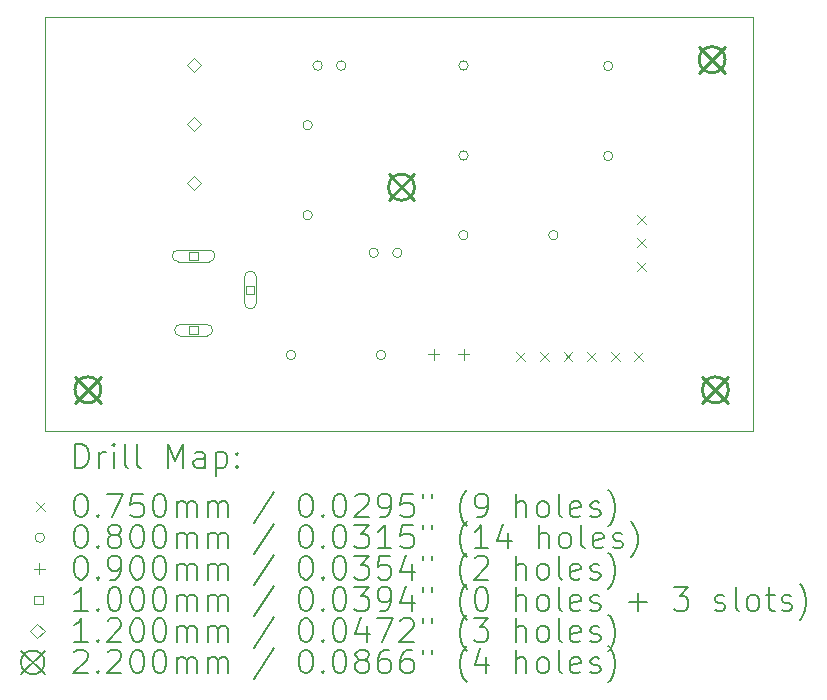
<source format=gbr>
%TF.GenerationSoftware,KiCad,Pcbnew,9.0.6-9.0.6~ubuntu24.04.1*%
%TF.CreationDate,2025-11-30T17:38:24+01:00*%
%TF.ProjectId,phone_mic_jst,70686f6e-655f-46d6-9963-5f6a73742e6b,rev?*%
%TF.SameCoordinates,Original*%
%TF.FileFunction,Drillmap*%
%TF.FilePolarity,Positive*%
%FSLAX45Y45*%
G04 Gerber Fmt 4.5, Leading zero omitted, Abs format (unit mm)*
G04 Created by KiCad (PCBNEW 9.0.6-9.0.6~ubuntu24.04.1) date 2025-11-30 17:38:24*
%MOMM*%
%LPD*%
G01*
G04 APERTURE LIST*
%ADD10C,0.050000*%
%ADD11C,0.200000*%
%ADD12C,0.100000*%
%ADD13C,0.120000*%
%ADD14C,0.220000*%
G04 APERTURE END LIST*
D10*
X7585000Y-5605000D02*
X13585000Y-5605000D01*
X13585000Y-9105000D01*
X7585000Y-9105000D01*
X7585000Y-5605000D01*
D11*
D12*
X11577500Y-8442500D02*
X11652500Y-8517500D01*
X11652500Y-8442500D02*
X11577500Y-8517500D01*
X11777500Y-8442500D02*
X11852500Y-8517500D01*
X11852500Y-8442500D02*
X11777500Y-8517500D01*
X11977500Y-8442500D02*
X12052500Y-8517500D01*
X12052500Y-8442500D02*
X11977500Y-8517500D01*
X12177500Y-8442500D02*
X12252500Y-8517500D01*
X12252500Y-8442500D02*
X12177500Y-8517500D01*
X12377500Y-8442500D02*
X12452500Y-8517500D01*
X12452500Y-8442500D02*
X12377500Y-8517500D01*
X12577500Y-8442500D02*
X12652500Y-8517500D01*
X12652500Y-8442500D02*
X12577500Y-8517500D01*
X12602500Y-7277500D02*
X12677500Y-7352500D01*
X12677500Y-7277500D02*
X12602500Y-7352500D01*
X12602500Y-7477500D02*
X12677500Y-7552500D01*
X12677500Y-7477500D02*
X12602500Y-7552500D01*
X12602500Y-7677500D02*
X12677500Y-7752500D01*
X12677500Y-7677500D02*
X12602500Y-7752500D01*
X9709000Y-8465000D02*
G75*
G02*
X9629000Y-8465000I-40000J0D01*
G01*
X9629000Y-8465000D02*
G75*
G02*
X9709000Y-8465000I40000J0D01*
G01*
X9850000Y-6519000D02*
G75*
G02*
X9770000Y-6519000I-40000J0D01*
G01*
X9770000Y-6519000D02*
G75*
G02*
X9850000Y-6519000I40000J0D01*
G01*
X9850000Y-7281000D02*
G75*
G02*
X9770000Y-7281000I-40000J0D01*
G01*
X9770000Y-7281000D02*
G75*
G02*
X9850000Y-7281000I40000J0D01*
G01*
X9935000Y-6015000D02*
G75*
G02*
X9855000Y-6015000I-40000J0D01*
G01*
X9855000Y-6015000D02*
G75*
G02*
X9935000Y-6015000I40000J0D01*
G01*
X10135000Y-6015000D02*
G75*
G02*
X10055000Y-6015000I-40000J0D01*
G01*
X10055000Y-6015000D02*
G75*
G02*
X10135000Y-6015000I40000J0D01*
G01*
X10410000Y-7600000D02*
G75*
G02*
X10330000Y-7600000I-40000J0D01*
G01*
X10330000Y-7600000D02*
G75*
G02*
X10410000Y-7600000I40000J0D01*
G01*
X10471000Y-8465000D02*
G75*
G02*
X10391000Y-8465000I-40000J0D01*
G01*
X10391000Y-8465000D02*
G75*
G02*
X10471000Y-8465000I40000J0D01*
G01*
X10610000Y-7600000D02*
G75*
G02*
X10530000Y-7600000I-40000J0D01*
G01*
X10530000Y-7600000D02*
G75*
G02*
X10610000Y-7600000I40000J0D01*
G01*
X11169000Y-7450000D02*
G75*
G02*
X11089000Y-7450000I-40000J0D01*
G01*
X11089000Y-7450000D02*
G75*
G02*
X11169000Y-7450000I40000J0D01*
G01*
X11170000Y-6014000D02*
G75*
G02*
X11090000Y-6014000I-40000J0D01*
G01*
X11090000Y-6014000D02*
G75*
G02*
X11170000Y-6014000I40000J0D01*
G01*
X11170000Y-6776000D02*
G75*
G02*
X11090000Y-6776000I-40000J0D01*
G01*
X11090000Y-6776000D02*
G75*
G02*
X11170000Y-6776000I40000J0D01*
G01*
X11931000Y-7450000D02*
G75*
G02*
X11851000Y-7450000I-40000J0D01*
G01*
X11851000Y-7450000D02*
G75*
G02*
X11931000Y-7450000I40000J0D01*
G01*
X12395000Y-6019000D02*
G75*
G02*
X12315000Y-6019000I-40000J0D01*
G01*
X12315000Y-6019000D02*
G75*
G02*
X12395000Y-6019000I40000J0D01*
G01*
X12395000Y-6781000D02*
G75*
G02*
X12315000Y-6781000I-40000J0D01*
G01*
X12315000Y-6781000D02*
G75*
G02*
X12395000Y-6781000I40000J0D01*
G01*
X10878000Y-8415000D02*
X10878000Y-8505000D01*
X10833000Y-8460000D02*
X10923000Y-8460000D01*
X11132000Y-8415000D02*
X11132000Y-8505000D01*
X11087000Y-8460000D02*
X11177000Y-8460000D01*
X8880356Y-7660356D02*
X8880356Y-7589644D01*
X8809644Y-7589644D01*
X8809644Y-7660356D01*
X8880356Y-7660356D01*
X8715000Y-7675000D02*
X8975000Y-7675000D01*
X8975000Y-7575000D02*
G75*
G02*
X8975000Y-7675000I0J-50000D01*
G01*
X8975000Y-7575000D02*
X8715000Y-7575000D01*
X8715000Y-7575000D02*
G75*
G03*
X8715000Y-7675000I0J-50000D01*
G01*
X8880356Y-8290356D02*
X8880356Y-8219644D01*
X8809644Y-8219644D01*
X8809644Y-8290356D01*
X8880356Y-8290356D01*
X8735000Y-8305000D02*
X8955000Y-8305000D01*
X8955000Y-8205000D02*
G75*
G02*
X8955000Y-8305000I0J-50000D01*
G01*
X8955000Y-8205000D02*
X8735000Y-8205000D01*
X8735000Y-8205000D02*
G75*
G03*
X8735000Y-8305000I0J-50000D01*
G01*
X9360356Y-7950356D02*
X9360356Y-7879644D01*
X9289644Y-7879644D01*
X9289644Y-7950356D01*
X9360356Y-7950356D01*
X9275000Y-7805000D02*
X9275000Y-8025000D01*
X9375000Y-8025000D02*
G75*
G02*
X9275000Y-8025000I-50000J0D01*
G01*
X9375000Y-8025000D02*
X9375000Y-7805000D01*
X9375000Y-7805000D02*
G75*
G03*
X9275000Y-7805000I-50000J0D01*
G01*
D13*
X8845000Y-6070000D02*
X8905000Y-6010000D01*
X8845000Y-5950000D01*
X8785000Y-6010000D01*
X8845000Y-6070000D01*
X8845000Y-6570000D02*
X8905000Y-6510000D01*
X8845000Y-6450000D01*
X8785000Y-6510000D01*
X8845000Y-6570000D01*
X8845000Y-7070000D02*
X8905000Y-7010000D01*
X8845000Y-6950000D01*
X8785000Y-7010000D01*
X8845000Y-7070000D01*
D14*
X7840000Y-8650000D02*
X8060000Y-8870000D01*
X8060000Y-8650000D02*
X7840000Y-8870000D01*
X8060000Y-8760000D02*
G75*
G02*
X7840000Y-8760000I-110000J0D01*
G01*
X7840000Y-8760000D02*
G75*
G02*
X8060000Y-8760000I110000J0D01*
G01*
X10495000Y-6935000D02*
X10715000Y-7155000D01*
X10715000Y-6935000D02*
X10495000Y-7155000D01*
X10715000Y-7045000D02*
G75*
G02*
X10495000Y-7045000I-110000J0D01*
G01*
X10495000Y-7045000D02*
G75*
G02*
X10715000Y-7045000I110000J0D01*
G01*
X13125000Y-5855000D02*
X13345000Y-6075000D01*
X13345000Y-5855000D02*
X13125000Y-6075000D01*
X13345000Y-5965000D02*
G75*
G02*
X13125000Y-5965000I-110000J0D01*
G01*
X13125000Y-5965000D02*
G75*
G02*
X13345000Y-5965000I110000J0D01*
G01*
X13152500Y-8650000D02*
X13372500Y-8870000D01*
X13372500Y-8650000D02*
X13152500Y-8870000D01*
X13372500Y-8760000D02*
G75*
G02*
X13152500Y-8760000I-110000J0D01*
G01*
X13152500Y-8760000D02*
G75*
G02*
X13372500Y-8760000I110000J0D01*
G01*
D11*
X7843277Y-9418984D02*
X7843277Y-9218984D01*
X7843277Y-9218984D02*
X7890896Y-9218984D01*
X7890896Y-9218984D02*
X7919467Y-9228508D01*
X7919467Y-9228508D02*
X7938515Y-9247555D01*
X7938515Y-9247555D02*
X7948039Y-9266603D01*
X7948039Y-9266603D02*
X7957562Y-9304698D01*
X7957562Y-9304698D02*
X7957562Y-9333270D01*
X7957562Y-9333270D02*
X7948039Y-9371365D01*
X7948039Y-9371365D02*
X7938515Y-9390412D01*
X7938515Y-9390412D02*
X7919467Y-9409460D01*
X7919467Y-9409460D02*
X7890896Y-9418984D01*
X7890896Y-9418984D02*
X7843277Y-9418984D01*
X8043277Y-9418984D02*
X8043277Y-9285650D01*
X8043277Y-9323746D02*
X8052801Y-9304698D01*
X8052801Y-9304698D02*
X8062324Y-9295174D01*
X8062324Y-9295174D02*
X8081372Y-9285650D01*
X8081372Y-9285650D02*
X8100420Y-9285650D01*
X8167086Y-9418984D02*
X8167086Y-9285650D01*
X8167086Y-9218984D02*
X8157562Y-9228508D01*
X8157562Y-9228508D02*
X8167086Y-9238031D01*
X8167086Y-9238031D02*
X8176610Y-9228508D01*
X8176610Y-9228508D02*
X8167086Y-9218984D01*
X8167086Y-9218984D02*
X8167086Y-9238031D01*
X8290896Y-9418984D02*
X8271848Y-9409460D01*
X8271848Y-9409460D02*
X8262324Y-9390412D01*
X8262324Y-9390412D02*
X8262324Y-9218984D01*
X8395658Y-9418984D02*
X8376610Y-9409460D01*
X8376610Y-9409460D02*
X8367086Y-9390412D01*
X8367086Y-9390412D02*
X8367086Y-9218984D01*
X8624229Y-9418984D02*
X8624229Y-9218984D01*
X8624229Y-9218984D02*
X8690896Y-9361841D01*
X8690896Y-9361841D02*
X8757563Y-9218984D01*
X8757563Y-9218984D02*
X8757563Y-9418984D01*
X8938515Y-9418984D02*
X8938515Y-9314222D01*
X8938515Y-9314222D02*
X8928991Y-9295174D01*
X8928991Y-9295174D02*
X8909944Y-9285650D01*
X8909944Y-9285650D02*
X8871848Y-9285650D01*
X8871848Y-9285650D02*
X8852801Y-9295174D01*
X8938515Y-9409460D02*
X8919467Y-9418984D01*
X8919467Y-9418984D02*
X8871848Y-9418984D01*
X8871848Y-9418984D02*
X8852801Y-9409460D01*
X8852801Y-9409460D02*
X8843277Y-9390412D01*
X8843277Y-9390412D02*
X8843277Y-9371365D01*
X8843277Y-9371365D02*
X8852801Y-9352317D01*
X8852801Y-9352317D02*
X8871848Y-9342793D01*
X8871848Y-9342793D02*
X8919467Y-9342793D01*
X8919467Y-9342793D02*
X8938515Y-9333270D01*
X9033753Y-9285650D02*
X9033753Y-9485650D01*
X9033753Y-9295174D02*
X9052801Y-9285650D01*
X9052801Y-9285650D02*
X9090896Y-9285650D01*
X9090896Y-9285650D02*
X9109944Y-9295174D01*
X9109944Y-9295174D02*
X9119467Y-9304698D01*
X9119467Y-9304698D02*
X9128991Y-9323746D01*
X9128991Y-9323746D02*
X9128991Y-9380889D01*
X9128991Y-9380889D02*
X9119467Y-9399936D01*
X9119467Y-9399936D02*
X9109944Y-9409460D01*
X9109944Y-9409460D02*
X9090896Y-9418984D01*
X9090896Y-9418984D02*
X9052801Y-9418984D01*
X9052801Y-9418984D02*
X9033753Y-9409460D01*
X9214705Y-9399936D02*
X9224229Y-9409460D01*
X9224229Y-9409460D02*
X9214705Y-9418984D01*
X9214705Y-9418984D02*
X9205182Y-9409460D01*
X9205182Y-9409460D02*
X9214705Y-9399936D01*
X9214705Y-9399936D02*
X9214705Y-9418984D01*
X9214705Y-9295174D02*
X9224229Y-9304698D01*
X9224229Y-9304698D02*
X9214705Y-9314222D01*
X9214705Y-9314222D02*
X9205182Y-9304698D01*
X9205182Y-9304698D02*
X9214705Y-9295174D01*
X9214705Y-9295174D02*
X9214705Y-9314222D01*
D12*
X7507500Y-9710000D02*
X7582500Y-9785000D01*
X7582500Y-9710000D02*
X7507500Y-9785000D01*
D11*
X7881372Y-9638984D02*
X7900420Y-9638984D01*
X7900420Y-9638984D02*
X7919467Y-9648508D01*
X7919467Y-9648508D02*
X7928991Y-9658031D01*
X7928991Y-9658031D02*
X7938515Y-9677079D01*
X7938515Y-9677079D02*
X7948039Y-9715174D01*
X7948039Y-9715174D02*
X7948039Y-9762793D01*
X7948039Y-9762793D02*
X7938515Y-9800889D01*
X7938515Y-9800889D02*
X7928991Y-9819936D01*
X7928991Y-9819936D02*
X7919467Y-9829460D01*
X7919467Y-9829460D02*
X7900420Y-9838984D01*
X7900420Y-9838984D02*
X7881372Y-9838984D01*
X7881372Y-9838984D02*
X7862324Y-9829460D01*
X7862324Y-9829460D02*
X7852801Y-9819936D01*
X7852801Y-9819936D02*
X7843277Y-9800889D01*
X7843277Y-9800889D02*
X7833753Y-9762793D01*
X7833753Y-9762793D02*
X7833753Y-9715174D01*
X7833753Y-9715174D02*
X7843277Y-9677079D01*
X7843277Y-9677079D02*
X7852801Y-9658031D01*
X7852801Y-9658031D02*
X7862324Y-9648508D01*
X7862324Y-9648508D02*
X7881372Y-9638984D01*
X8033753Y-9819936D02*
X8043277Y-9829460D01*
X8043277Y-9829460D02*
X8033753Y-9838984D01*
X8033753Y-9838984D02*
X8024229Y-9829460D01*
X8024229Y-9829460D02*
X8033753Y-9819936D01*
X8033753Y-9819936D02*
X8033753Y-9838984D01*
X8109943Y-9638984D02*
X8243277Y-9638984D01*
X8243277Y-9638984D02*
X8157562Y-9838984D01*
X8414705Y-9638984D02*
X8319467Y-9638984D01*
X8319467Y-9638984D02*
X8309943Y-9734222D01*
X8309943Y-9734222D02*
X8319467Y-9724698D01*
X8319467Y-9724698D02*
X8338515Y-9715174D01*
X8338515Y-9715174D02*
X8386134Y-9715174D01*
X8386134Y-9715174D02*
X8405182Y-9724698D01*
X8405182Y-9724698D02*
X8414705Y-9734222D01*
X8414705Y-9734222D02*
X8424229Y-9753270D01*
X8424229Y-9753270D02*
X8424229Y-9800889D01*
X8424229Y-9800889D02*
X8414705Y-9819936D01*
X8414705Y-9819936D02*
X8405182Y-9829460D01*
X8405182Y-9829460D02*
X8386134Y-9838984D01*
X8386134Y-9838984D02*
X8338515Y-9838984D01*
X8338515Y-9838984D02*
X8319467Y-9829460D01*
X8319467Y-9829460D02*
X8309943Y-9819936D01*
X8548039Y-9638984D02*
X8567086Y-9638984D01*
X8567086Y-9638984D02*
X8586134Y-9648508D01*
X8586134Y-9648508D02*
X8595658Y-9658031D01*
X8595658Y-9658031D02*
X8605182Y-9677079D01*
X8605182Y-9677079D02*
X8614705Y-9715174D01*
X8614705Y-9715174D02*
X8614705Y-9762793D01*
X8614705Y-9762793D02*
X8605182Y-9800889D01*
X8605182Y-9800889D02*
X8595658Y-9819936D01*
X8595658Y-9819936D02*
X8586134Y-9829460D01*
X8586134Y-9829460D02*
X8567086Y-9838984D01*
X8567086Y-9838984D02*
X8548039Y-9838984D01*
X8548039Y-9838984D02*
X8528991Y-9829460D01*
X8528991Y-9829460D02*
X8519467Y-9819936D01*
X8519467Y-9819936D02*
X8509944Y-9800889D01*
X8509944Y-9800889D02*
X8500420Y-9762793D01*
X8500420Y-9762793D02*
X8500420Y-9715174D01*
X8500420Y-9715174D02*
X8509944Y-9677079D01*
X8509944Y-9677079D02*
X8519467Y-9658031D01*
X8519467Y-9658031D02*
X8528991Y-9648508D01*
X8528991Y-9648508D02*
X8548039Y-9638984D01*
X8700420Y-9838984D02*
X8700420Y-9705650D01*
X8700420Y-9724698D02*
X8709944Y-9715174D01*
X8709944Y-9715174D02*
X8728991Y-9705650D01*
X8728991Y-9705650D02*
X8757563Y-9705650D01*
X8757563Y-9705650D02*
X8776610Y-9715174D01*
X8776610Y-9715174D02*
X8786134Y-9734222D01*
X8786134Y-9734222D02*
X8786134Y-9838984D01*
X8786134Y-9734222D02*
X8795658Y-9715174D01*
X8795658Y-9715174D02*
X8814705Y-9705650D01*
X8814705Y-9705650D02*
X8843277Y-9705650D01*
X8843277Y-9705650D02*
X8862325Y-9715174D01*
X8862325Y-9715174D02*
X8871848Y-9734222D01*
X8871848Y-9734222D02*
X8871848Y-9838984D01*
X8967086Y-9838984D02*
X8967086Y-9705650D01*
X8967086Y-9724698D02*
X8976610Y-9715174D01*
X8976610Y-9715174D02*
X8995658Y-9705650D01*
X8995658Y-9705650D02*
X9024229Y-9705650D01*
X9024229Y-9705650D02*
X9043277Y-9715174D01*
X9043277Y-9715174D02*
X9052801Y-9734222D01*
X9052801Y-9734222D02*
X9052801Y-9838984D01*
X9052801Y-9734222D02*
X9062325Y-9715174D01*
X9062325Y-9715174D02*
X9081372Y-9705650D01*
X9081372Y-9705650D02*
X9109944Y-9705650D01*
X9109944Y-9705650D02*
X9128991Y-9715174D01*
X9128991Y-9715174D02*
X9138515Y-9734222D01*
X9138515Y-9734222D02*
X9138515Y-9838984D01*
X9528991Y-9629460D02*
X9357563Y-9886603D01*
X9786134Y-9638984D02*
X9805182Y-9638984D01*
X9805182Y-9638984D02*
X9824229Y-9648508D01*
X9824229Y-9648508D02*
X9833753Y-9658031D01*
X9833753Y-9658031D02*
X9843277Y-9677079D01*
X9843277Y-9677079D02*
X9852801Y-9715174D01*
X9852801Y-9715174D02*
X9852801Y-9762793D01*
X9852801Y-9762793D02*
X9843277Y-9800889D01*
X9843277Y-9800889D02*
X9833753Y-9819936D01*
X9833753Y-9819936D02*
X9824229Y-9829460D01*
X9824229Y-9829460D02*
X9805182Y-9838984D01*
X9805182Y-9838984D02*
X9786134Y-9838984D01*
X9786134Y-9838984D02*
X9767087Y-9829460D01*
X9767087Y-9829460D02*
X9757563Y-9819936D01*
X9757563Y-9819936D02*
X9748039Y-9800889D01*
X9748039Y-9800889D02*
X9738515Y-9762793D01*
X9738515Y-9762793D02*
X9738515Y-9715174D01*
X9738515Y-9715174D02*
X9748039Y-9677079D01*
X9748039Y-9677079D02*
X9757563Y-9658031D01*
X9757563Y-9658031D02*
X9767087Y-9648508D01*
X9767087Y-9648508D02*
X9786134Y-9638984D01*
X9938515Y-9819936D02*
X9948039Y-9829460D01*
X9948039Y-9829460D02*
X9938515Y-9838984D01*
X9938515Y-9838984D02*
X9928991Y-9829460D01*
X9928991Y-9829460D02*
X9938515Y-9819936D01*
X9938515Y-9819936D02*
X9938515Y-9838984D01*
X10071848Y-9638984D02*
X10090896Y-9638984D01*
X10090896Y-9638984D02*
X10109944Y-9648508D01*
X10109944Y-9648508D02*
X10119468Y-9658031D01*
X10119468Y-9658031D02*
X10128991Y-9677079D01*
X10128991Y-9677079D02*
X10138515Y-9715174D01*
X10138515Y-9715174D02*
X10138515Y-9762793D01*
X10138515Y-9762793D02*
X10128991Y-9800889D01*
X10128991Y-9800889D02*
X10119468Y-9819936D01*
X10119468Y-9819936D02*
X10109944Y-9829460D01*
X10109944Y-9829460D02*
X10090896Y-9838984D01*
X10090896Y-9838984D02*
X10071848Y-9838984D01*
X10071848Y-9838984D02*
X10052801Y-9829460D01*
X10052801Y-9829460D02*
X10043277Y-9819936D01*
X10043277Y-9819936D02*
X10033753Y-9800889D01*
X10033753Y-9800889D02*
X10024229Y-9762793D01*
X10024229Y-9762793D02*
X10024229Y-9715174D01*
X10024229Y-9715174D02*
X10033753Y-9677079D01*
X10033753Y-9677079D02*
X10043277Y-9658031D01*
X10043277Y-9658031D02*
X10052801Y-9648508D01*
X10052801Y-9648508D02*
X10071848Y-9638984D01*
X10214706Y-9658031D02*
X10224229Y-9648508D01*
X10224229Y-9648508D02*
X10243277Y-9638984D01*
X10243277Y-9638984D02*
X10290896Y-9638984D01*
X10290896Y-9638984D02*
X10309944Y-9648508D01*
X10309944Y-9648508D02*
X10319468Y-9658031D01*
X10319468Y-9658031D02*
X10328991Y-9677079D01*
X10328991Y-9677079D02*
X10328991Y-9696127D01*
X10328991Y-9696127D02*
X10319468Y-9724698D01*
X10319468Y-9724698D02*
X10205182Y-9838984D01*
X10205182Y-9838984D02*
X10328991Y-9838984D01*
X10424229Y-9838984D02*
X10462325Y-9838984D01*
X10462325Y-9838984D02*
X10481372Y-9829460D01*
X10481372Y-9829460D02*
X10490896Y-9819936D01*
X10490896Y-9819936D02*
X10509944Y-9791365D01*
X10509944Y-9791365D02*
X10519468Y-9753270D01*
X10519468Y-9753270D02*
X10519468Y-9677079D01*
X10519468Y-9677079D02*
X10509944Y-9658031D01*
X10509944Y-9658031D02*
X10500420Y-9648508D01*
X10500420Y-9648508D02*
X10481372Y-9638984D01*
X10481372Y-9638984D02*
X10443277Y-9638984D01*
X10443277Y-9638984D02*
X10424229Y-9648508D01*
X10424229Y-9648508D02*
X10414706Y-9658031D01*
X10414706Y-9658031D02*
X10405182Y-9677079D01*
X10405182Y-9677079D02*
X10405182Y-9724698D01*
X10405182Y-9724698D02*
X10414706Y-9743746D01*
X10414706Y-9743746D02*
X10424229Y-9753270D01*
X10424229Y-9753270D02*
X10443277Y-9762793D01*
X10443277Y-9762793D02*
X10481372Y-9762793D01*
X10481372Y-9762793D02*
X10500420Y-9753270D01*
X10500420Y-9753270D02*
X10509944Y-9743746D01*
X10509944Y-9743746D02*
X10519468Y-9724698D01*
X10700420Y-9638984D02*
X10605182Y-9638984D01*
X10605182Y-9638984D02*
X10595658Y-9734222D01*
X10595658Y-9734222D02*
X10605182Y-9724698D01*
X10605182Y-9724698D02*
X10624229Y-9715174D01*
X10624229Y-9715174D02*
X10671849Y-9715174D01*
X10671849Y-9715174D02*
X10690896Y-9724698D01*
X10690896Y-9724698D02*
X10700420Y-9734222D01*
X10700420Y-9734222D02*
X10709944Y-9753270D01*
X10709944Y-9753270D02*
X10709944Y-9800889D01*
X10709944Y-9800889D02*
X10700420Y-9819936D01*
X10700420Y-9819936D02*
X10690896Y-9829460D01*
X10690896Y-9829460D02*
X10671849Y-9838984D01*
X10671849Y-9838984D02*
X10624229Y-9838984D01*
X10624229Y-9838984D02*
X10605182Y-9829460D01*
X10605182Y-9829460D02*
X10595658Y-9819936D01*
X10786134Y-9638984D02*
X10786134Y-9677079D01*
X10862325Y-9638984D02*
X10862325Y-9677079D01*
X11157563Y-9915174D02*
X11148039Y-9905650D01*
X11148039Y-9905650D02*
X11128991Y-9877079D01*
X11128991Y-9877079D02*
X11119468Y-9858031D01*
X11119468Y-9858031D02*
X11109944Y-9829460D01*
X11109944Y-9829460D02*
X11100420Y-9781841D01*
X11100420Y-9781841D02*
X11100420Y-9743746D01*
X11100420Y-9743746D02*
X11109944Y-9696127D01*
X11109944Y-9696127D02*
X11119468Y-9667555D01*
X11119468Y-9667555D02*
X11128991Y-9648508D01*
X11128991Y-9648508D02*
X11148039Y-9619936D01*
X11148039Y-9619936D02*
X11157563Y-9610412D01*
X11243277Y-9838984D02*
X11281372Y-9838984D01*
X11281372Y-9838984D02*
X11300420Y-9829460D01*
X11300420Y-9829460D02*
X11309944Y-9819936D01*
X11309944Y-9819936D02*
X11328991Y-9791365D01*
X11328991Y-9791365D02*
X11338515Y-9753270D01*
X11338515Y-9753270D02*
X11338515Y-9677079D01*
X11338515Y-9677079D02*
X11328991Y-9658031D01*
X11328991Y-9658031D02*
X11319468Y-9648508D01*
X11319468Y-9648508D02*
X11300420Y-9638984D01*
X11300420Y-9638984D02*
X11262325Y-9638984D01*
X11262325Y-9638984D02*
X11243277Y-9648508D01*
X11243277Y-9648508D02*
X11233753Y-9658031D01*
X11233753Y-9658031D02*
X11224229Y-9677079D01*
X11224229Y-9677079D02*
X11224229Y-9724698D01*
X11224229Y-9724698D02*
X11233753Y-9743746D01*
X11233753Y-9743746D02*
X11243277Y-9753270D01*
X11243277Y-9753270D02*
X11262325Y-9762793D01*
X11262325Y-9762793D02*
X11300420Y-9762793D01*
X11300420Y-9762793D02*
X11319468Y-9753270D01*
X11319468Y-9753270D02*
X11328991Y-9743746D01*
X11328991Y-9743746D02*
X11338515Y-9724698D01*
X11576610Y-9838984D02*
X11576610Y-9638984D01*
X11662325Y-9838984D02*
X11662325Y-9734222D01*
X11662325Y-9734222D02*
X11652801Y-9715174D01*
X11652801Y-9715174D02*
X11633753Y-9705650D01*
X11633753Y-9705650D02*
X11605182Y-9705650D01*
X11605182Y-9705650D02*
X11586134Y-9715174D01*
X11586134Y-9715174D02*
X11576610Y-9724698D01*
X11786134Y-9838984D02*
X11767087Y-9829460D01*
X11767087Y-9829460D02*
X11757563Y-9819936D01*
X11757563Y-9819936D02*
X11748039Y-9800889D01*
X11748039Y-9800889D02*
X11748039Y-9743746D01*
X11748039Y-9743746D02*
X11757563Y-9724698D01*
X11757563Y-9724698D02*
X11767087Y-9715174D01*
X11767087Y-9715174D02*
X11786134Y-9705650D01*
X11786134Y-9705650D02*
X11814706Y-9705650D01*
X11814706Y-9705650D02*
X11833753Y-9715174D01*
X11833753Y-9715174D02*
X11843277Y-9724698D01*
X11843277Y-9724698D02*
X11852801Y-9743746D01*
X11852801Y-9743746D02*
X11852801Y-9800889D01*
X11852801Y-9800889D02*
X11843277Y-9819936D01*
X11843277Y-9819936D02*
X11833753Y-9829460D01*
X11833753Y-9829460D02*
X11814706Y-9838984D01*
X11814706Y-9838984D02*
X11786134Y-9838984D01*
X11967087Y-9838984D02*
X11948039Y-9829460D01*
X11948039Y-9829460D02*
X11938515Y-9810412D01*
X11938515Y-9810412D02*
X11938515Y-9638984D01*
X12119468Y-9829460D02*
X12100420Y-9838984D01*
X12100420Y-9838984D02*
X12062325Y-9838984D01*
X12062325Y-9838984D02*
X12043277Y-9829460D01*
X12043277Y-9829460D02*
X12033753Y-9810412D01*
X12033753Y-9810412D02*
X12033753Y-9734222D01*
X12033753Y-9734222D02*
X12043277Y-9715174D01*
X12043277Y-9715174D02*
X12062325Y-9705650D01*
X12062325Y-9705650D02*
X12100420Y-9705650D01*
X12100420Y-9705650D02*
X12119468Y-9715174D01*
X12119468Y-9715174D02*
X12128991Y-9734222D01*
X12128991Y-9734222D02*
X12128991Y-9753270D01*
X12128991Y-9753270D02*
X12033753Y-9772317D01*
X12205182Y-9829460D02*
X12224230Y-9838984D01*
X12224230Y-9838984D02*
X12262325Y-9838984D01*
X12262325Y-9838984D02*
X12281372Y-9829460D01*
X12281372Y-9829460D02*
X12290896Y-9810412D01*
X12290896Y-9810412D02*
X12290896Y-9800889D01*
X12290896Y-9800889D02*
X12281372Y-9781841D01*
X12281372Y-9781841D02*
X12262325Y-9772317D01*
X12262325Y-9772317D02*
X12233753Y-9772317D01*
X12233753Y-9772317D02*
X12214706Y-9762793D01*
X12214706Y-9762793D02*
X12205182Y-9743746D01*
X12205182Y-9743746D02*
X12205182Y-9734222D01*
X12205182Y-9734222D02*
X12214706Y-9715174D01*
X12214706Y-9715174D02*
X12233753Y-9705650D01*
X12233753Y-9705650D02*
X12262325Y-9705650D01*
X12262325Y-9705650D02*
X12281372Y-9715174D01*
X12357563Y-9915174D02*
X12367087Y-9905650D01*
X12367087Y-9905650D02*
X12386134Y-9877079D01*
X12386134Y-9877079D02*
X12395658Y-9858031D01*
X12395658Y-9858031D02*
X12405182Y-9829460D01*
X12405182Y-9829460D02*
X12414706Y-9781841D01*
X12414706Y-9781841D02*
X12414706Y-9743746D01*
X12414706Y-9743746D02*
X12405182Y-9696127D01*
X12405182Y-9696127D02*
X12395658Y-9667555D01*
X12395658Y-9667555D02*
X12386134Y-9648508D01*
X12386134Y-9648508D02*
X12367087Y-9619936D01*
X12367087Y-9619936D02*
X12357563Y-9610412D01*
D12*
X7582500Y-10011500D02*
G75*
G02*
X7502500Y-10011500I-40000J0D01*
G01*
X7502500Y-10011500D02*
G75*
G02*
X7582500Y-10011500I40000J0D01*
G01*
D11*
X7881372Y-9902984D02*
X7900420Y-9902984D01*
X7900420Y-9902984D02*
X7919467Y-9912508D01*
X7919467Y-9912508D02*
X7928991Y-9922031D01*
X7928991Y-9922031D02*
X7938515Y-9941079D01*
X7938515Y-9941079D02*
X7948039Y-9979174D01*
X7948039Y-9979174D02*
X7948039Y-10026793D01*
X7948039Y-10026793D02*
X7938515Y-10064889D01*
X7938515Y-10064889D02*
X7928991Y-10083936D01*
X7928991Y-10083936D02*
X7919467Y-10093460D01*
X7919467Y-10093460D02*
X7900420Y-10102984D01*
X7900420Y-10102984D02*
X7881372Y-10102984D01*
X7881372Y-10102984D02*
X7862324Y-10093460D01*
X7862324Y-10093460D02*
X7852801Y-10083936D01*
X7852801Y-10083936D02*
X7843277Y-10064889D01*
X7843277Y-10064889D02*
X7833753Y-10026793D01*
X7833753Y-10026793D02*
X7833753Y-9979174D01*
X7833753Y-9979174D02*
X7843277Y-9941079D01*
X7843277Y-9941079D02*
X7852801Y-9922031D01*
X7852801Y-9922031D02*
X7862324Y-9912508D01*
X7862324Y-9912508D02*
X7881372Y-9902984D01*
X8033753Y-10083936D02*
X8043277Y-10093460D01*
X8043277Y-10093460D02*
X8033753Y-10102984D01*
X8033753Y-10102984D02*
X8024229Y-10093460D01*
X8024229Y-10093460D02*
X8033753Y-10083936D01*
X8033753Y-10083936D02*
X8033753Y-10102984D01*
X8157562Y-9988698D02*
X8138515Y-9979174D01*
X8138515Y-9979174D02*
X8128991Y-9969650D01*
X8128991Y-9969650D02*
X8119467Y-9950603D01*
X8119467Y-9950603D02*
X8119467Y-9941079D01*
X8119467Y-9941079D02*
X8128991Y-9922031D01*
X8128991Y-9922031D02*
X8138515Y-9912508D01*
X8138515Y-9912508D02*
X8157562Y-9902984D01*
X8157562Y-9902984D02*
X8195658Y-9902984D01*
X8195658Y-9902984D02*
X8214705Y-9912508D01*
X8214705Y-9912508D02*
X8224229Y-9922031D01*
X8224229Y-9922031D02*
X8233753Y-9941079D01*
X8233753Y-9941079D02*
X8233753Y-9950603D01*
X8233753Y-9950603D02*
X8224229Y-9969650D01*
X8224229Y-9969650D02*
X8214705Y-9979174D01*
X8214705Y-9979174D02*
X8195658Y-9988698D01*
X8195658Y-9988698D02*
X8157562Y-9988698D01*
X8157562Y-9988698D02*
X8138515Y-9998222D01*
X8138515Y-9998222D02*
X8128991Y-10007746D01*
X8128991Y-10007746D02*
X8119467Y-10026793D01*
X8119467Y-10026793D02*
X8119467Y-10064889D01*
X8119467Y-10064889D02*
X8128991Y-10083936D01*
X8128991Y-10083936D02*
X8138515Y-10093460D01*
X8138515Y-10093460D02*
X8157562Y-10102984D01*
X8157562Y-10102984D02*
X8195658Y-10102984D01*
X8195658Y-10102984D02*
X8214705Y-10093460D01*
X8214705Y-10093460D02*
X8224229Y-10083936D01*
X8224229Y-10083936D02*
X8233753Y-10064889D01*
X8233753Y-10064889D02*
X8233753Y-10026793D01*
X8233753Y-10026793D02*
X8224229Y-10007746D01*
X8224229Y-10007746D02*
X8214705Y-9998222D01*
X8214705Y-9998222D02*
X8195658Y-9988698D01*
X8357562Y-9902984D02*
X8376610Y-9902984D01*
X8376610Y-9902984D02*
X8395658Y-9912508D01*
X8395658Y-9912508D02*
X8405182Y-9922031D01*
X8405182Y-9922031D02*
X8414705Y-9941079D01*
X8414705Y-9941079D02*
X8424229Y-9979174D01*
X8424229Y-9979174D02*
X8424229Y-10026793D01*
X8424229Y-10026793D02*
X8414705Y-10064889D01*
X8414705Y-10064889D02*
X8405182Y-10083936D01*
X8405182Y-10083936D02*
X8395658Y-10093460D01*
X8395658Y-10093460D02*
X8376610Y-10102984D01*
X8376610Y-10102984D02*
X8357562Y-10102984D01*
X8357562Y-10102984D02*
X8338515Y-10093460D01*
X8338515Y-10093460D02*
X8328991Y-10083936D01*
X8328991Y-10083936D02*
X8319467Y-10064889D01*
X8319467Y-10064889D02*
X8309943Y-10026793D01*
X8309943Y-10026793D02*
X8309943Y-9979174D01*
X8309943Y-9979174D02*
X8319467Y-9941079D01*
X8319467Y-9941079D02*
X8328991Y-9922031D01*
X8328991Y-9922031D02*
X8338515Y-9912508D01*
X8338515Y-9912508D02*
X8357562Y-9902984D01*
X8548039Y-9902984D02*
X8567086Y-9902984D01*
X8567086Y-9902984D02*
X8586134Y-9912508D01*
X8586134Y-9912508D02*
X8595658Y-9922031D01*
X8595658Y-9922031D02*
X8605182Y-9941079D01*
X8605182Y-9941079D02*
X8614705Y-9979174D01*
X8614705Y-9979174D02*
X8614705Y-10026793D01*
X8614705Y-10026793D02*
X8605182Y-10064889D01*
X8605182Y-10064889D02*
X8595658Y-10083936D01*
X8595658Y-10083936D02*
X8586134Y-10093460D01*
X8586134Y-10093460D02*
X8567086Y-10102984D01*
X8567086Y-10102984D02*
X8548039Y-10102984D01*
X8548039Y-10102984D02*
X8528991Y-10093460D01*
X8528991Y-10093460D02*
X8519467Y-10083936D01*
X8519467Y-10083936D02*
X8509944Y-10064889D01*
X8509944Y-10064889D02*
X8500420Y-10026793D01*
X8500420Y-10026793D02*
X8500420Y-9979174D01*
X8500420Y-9979174D02*
X8509944Y-9941079D01*
X8509944Y-9941079D02*
X8519467Y-9922031D01*
X8519467Y-9922031D02*
X8528991Y-9912508D01*
X8528991Y-9912508D02*
X8548039Y-9902984D01*
X8700420Y-10102984D02*
X8700420Y-9969650D01*
X8700420Y-9988698D02*
X8709944Y-9979174D01*
X8709944Y-9979174D02*
X8728991Y-9969650D01*
X8728991Y-9969650D02*
X8757563Y-9969650D01*
X8757563Y-9969650D02*
X8776610Y-9979174D01*
X8776610Y-9979174D02*
X8786134Y-9998222D01*
X8786134Y-9998222D02*
X8786134Y-10102984D01*
X8786134Y-9998222D02*
X8795658Y-9979174D01*
X8795658Y-9979174D02*
X8814705Y-9969650D01*
X8814705Y-9969650D02*
X8843277Y-9969650D01*
X8843277Y-9969650D02*
X8862325Y-9979174D01*
X8862325Y-9979174D02*
X8871848Y-9998222D01*
X8871848Y-9998222D02*
X8871848Y-10102984D01*
X8967086Y-10102984D02*
X8967086Y-9969650D01*
X8967086Y-9988698D02*
X8976610Y-9979174D01*
X8976610Y-9979174D02*
X8995658Y-9969650D01*
X8995658Y-9969650D02*
X9024229Y-9969650D01*
X9024229Y-9969650D02*
X9043277Y-9979174D01*
X9043277Y-9979174D02*
X9052801Y-9998222D01*
X9052801Y-9998222D02*
X9052801Y-10102984D01*
X9052801Y-9998222D02*
X9062325Y-9979174D01*
X9062325Y-9979174D02*
X9081372Y-9969650D01*
X9081372Y-9969650D02*
X9109944Y-9969650D01*
X9109944Y-9969650D02*
X9128991Y-9979174D01*
X9128991Y-9979174D02*
X9138515Y-9998222D01*
X9138515Y-9998222D02*
X9138515Y-10102984D01*
X9528991Y-9893460D02*
X9357563Y-10150603D01*
X9786134Y-9902984D02*
X9805182Y-9902984D01*
X9805182Y-9902984D02*
X9824229Y-9912508D01*
X9824229Y-9912508D02*
X9833753Y-9922031D01*
X9833753Y-9922031D02*
X9843277Y-9941079D01*
X9843277Y-9941079D02*
X9852801Y-9979174D01*
X9852801Y-9979174D02*
X9852801Y-10026793D01*
X9852801Y-10026793D02*
X9843277Y-10064889D01*
X9843277Y-10064889D02*
X9833753Y-10083936D01*
X9833753Y-10083936D02*
X9824229Y-10093460D01*
X9824229Y-10093460D02*
X9805182Y-10102984D01*
X9805182Y-10102984D02*
X9786134Y-10102984D01*
X9786134Y-10102984D02*
X9767087Y-10093460D01*
X9767087Y-10093460D02*
X9757563Y-10083936D01*
X9757563Y-10083936D02*
X9748039Y-10064889D01*
X9748039Y-10064889D02*
X9738515Y-10026793D01*
X9738515Y-10026793D02*
X9738515Y-9979174D01*
X9738515Y-9979174D02*
X9748039Y-9941079D01*
X9748039Y-9941079D02*
X9757563Y-9922031D01*
X9757563Y-9922031D02*
X9767087Y-9912508D01*
X9767087Y-9912508D02*
X9786134Y-9902984D01*
X9938515Y-10083936D02*
X9948039Y-10093460D01*
X9948039Y-10093460D02*
X9938515Y-10102984D01*
X9938515Y-10102984D02*
X9928991Y-10093460D01*
X9928991Y-10093460D02*
X9938515Y-10083936D01*
X9938515Y-10083936D02*
X9938515Y-10102984D01*
X10071848Y-9902984D02*
X10090896Y-9902984D01*
X10090896Y-9902984D02*
X10109944Y-9912508D01*
X10109944Y-9912508D02*
X10119468Y-9922031D01*
X10119468Y-9922031D02*
X10128991Y-9941079D01*
X10128991Y-9941079D02*
X10138515Y-9979174D01*
X10138515Y-9979174D02*
X10138515Y-10026793D01*
X10138515Y-10026793D02*
X10128991Y-10064889D01*
X10128991Y-10064889D02*
X10119468Y-10083936D01*
X10119468Y-10083936D02*
X10109944Y-10093460D01*
X10109944Y-10093460D02*
X10090896Y-10102984D01*
X10090896Y-10102984D02*
X10071848Y-10102984D01*
X10071848Y-10102984D02*
X10052801Y-10093460D01*
X10052801Y-10093460D02*
X10043277Y-10083936D01*
X10043277Y-10083936D02*
X10033753Y-10064889D01*
X10033753Y-10064889D02*
X10024229Y-10026793D01*
X10024229Y-10026793D02*
X10024229Y-9979174D01*
X10024229Y-9979174D02*
X10033753Y-9941079D01*
X10033753Y-9941079D02*
X10043277Y-9922031D01*
X10043277Y-9922031D02*
X10052801Y-9912508D01*
X10052801Y-9912508D02*
X10071848Y-9902984D01*
X10205182Y-9902984D02*
X10328991Y-9902984D01*
X10328991Y-9902984D02*
X10262325Y-9979174D01*
X10262325Y-9979174D02*
X10290896Y-9979174D01*
X10290896Y-9979174D02*
X10309944Y-9988698D01*
X10309944Y-9988698D02*
X10319468Y-9998222D01*
X10319468Y-9998222D02*
X10328991Y-10017270D01*
X10328991Y-10017270D02*
X10328991Y-10064889D01*
X10328991Y-10064889D02*
X10319468Y-10083936D01*
X10319468Y-10083936D02*
X10309944Y-10093460D01*
X10309944Y-10093460D02*
X10290896Y-10102984D01*
X10290896Y-10102984D02*
X10233753Y-10102984D01*
X10233753Y-10102984D02*
X10214706Y-10093460D01*
X10214706Y-10093460D02*
X10205182Y-10083936D01*
X10519468Y-10102984D02*
X10405182Y-10102984D01*
X10462325Y-10102984D02*
X10462325Y-9902984D01*
X10462325Y-9902984D02*
X10443277Y-9931555D01*
X10443277Y-9931555D02*
X10424229Y-9950603D01*
X10424229Y-9950603D02*
X10405182Y-9960127D01*
X10700420Y-9902984D02*
X10605182Y-9902984D01*
X10605182Y-9902984D02*
X10595658Y-9998222D01*
X10595658Y-9998222D02*
X10605182Y-9988698D01*
X10605182Y-9988698D02*
X10624229Y-9979174D01*
X10624229Y-9979174D02*
X10671849Y-9979174D01*
X10671849Y-9979174D02*
X10690896Y-9988698D01*
X10690896Y-9988698D02*
X10700420Y-9998222D01*
X10700420Y-9998222D02*
X10709944Y-10017270D01*
X10709944Y-10017270D02*
X10709944Y-10064889D01*
X10709944Y-10064889D02*
X10700420Y-10083936D01*
X10700420Y-10083936D02*
X10690896Y-10093460D01*
X10690896Y-10093460D02*
X10671849Y-10102984D01*
X10671849Y-10102984D02*
X10624229Y-10102984D01*
X10624229Y-10102984D02*
X10605182Y-10093460D01*
X10605182Y-10093460D02*
X10595658Y-10083936D01*
X10786134Y-9902984D02*
X10786134Y-9941079D01*
X10862325Y-9902984D02*
X10862325Y-9941079D01*
X11157563Y-10179174D02*
X11148039Y-10169650D01*
X11148039Y-10169650D02*
X11128991Y-10141079D01*
X11128991Y-10141079D02*
X11119468Y-10122031D01*
X11119468Y-10122031D02*
X11109944Y-10093460D01*
X11109944Y-10093460D02*
X11100420Y-10045841D01*
X11100420Y-10045841D02*
X11100420Y-10007746D01*
X11100420Y-10007746D02*
X11109944Y-9960127D01*
X11109944Y-9960127D02*
X11119468Y-9931555D01*
X11119468Y-9931555D02*
X11128991Y-9912508D01*
X11128991Y-9912508D02*
X11148039Y-9883936D01*
X11148039Y-9883936D02*
X11157563Y-9874412D01*
X11338515Y-10102984D02*
X11224229Y-10102984D01*
X11281372Y-10102984D02*
X11281372Y-9902984D01*
X11281372Y-9902984D02*
X11262325Y-9931555D01*
X11262325Y-9931555D02*
X11243277Y-9950603D01*
X11243277Y-9950603D02*
X11224229Y-9960127D01*
X11509944Y-9969650D02*
X11509944Y-10102984D01*
X11462325Y-9893460D02*
X11414706Y-10036317D01*
X11414706Y-10036317D02*
X11538515Y-10036317D01*
X11767087Y-10102984D02*
X11767087Y-9902984D01*
X11852801Y-10102984D02*
X11852801Y-9998222D01*
X11852801Y-9998222D02*
X11843277Y-9979174D01*
X11843277Y-9979174D02*
X11824230Y-9969650D01*
X11824230Y-9969650D02*
X11795658Y-9969650D01*
X11795658Y-9969650D02*
X11776610Y-9979174D01*
X11776610Y-9979174D02*
X11767087Y-9988698D01*
X11976610Y-10102984D02*
X11957563Y-10093460D01*
X11957563Y-10093460D02*
X11948039Y-10083936D01*
X11948039Y-10083936D02*
X11938515Y-10064889D01*
X11938515Y-10064889D02*
X11938515Y-10007746D01*
X11938515Y-10007746D02*
X11948039Y-9988698D01*
X11948039Y-9988698D02*
X11957563Y-9979174D01*
X11957563Y-9979174D02*
X11976610Y-9969650D01*
X11976610Y-9969650D02*
X12005182Y-9969650D01*
X12005182Y-9969650D02*
X12024230Y-9979174D01*
X12024230Y-9979174D02*
X12033753Y-9988698D01*
X12033753Y-9988698D02*
X12043277Y-10007746D01*
X12043277Y-10007746D02*
X12043277Y-10064889D01*
X12043277Y-10064889D02*
X12033753Y-10083936D01*
X12033753Y-10083936D02*
X12024230Y-10093460D01*
X12024230Y-10093460D02*
X12005182Y-10102984D01*
X12005182Y-10102984D02*
X11976610Y-10102984D01*
X12157563Y-10102984D02*
X12138515Y-10093460D01*
X12138515Y-10093460D02*
X12128991Y-10074412D01*
X12128991Y-10074412D02*
X12128991Y-9902984D01*
X12309944Y-10093460D02*
X12290896Y-10102984D01*
X12290896Y-10102984D02*
X12252801Y-10102984D01*
X12252801Y-10102984D02*
X12233753Y-10093460D01*
X12233753Y-10093460D02*
X12224230Y-10074412D01*
X12224230Y-10074412D02*
X12224230Y-9998222D01*
X12224230Y-9998222D02*
X12233753Y-9979174D01*
X12233753Y-9979174D02*
X12252801Y-9969650D01*
X12252801Y-9969650D02*
X12290896Y-9969650D01*
X12290896Y-9969650D02*
X12309944Y-9979174D01*
X12309944Y-9979174D02*
X12319468Y-9998222D01*
X12319468Y-9998222D02*
X12319468Y-10017270D01*
X12319468Y-10017270D02*
X12224230Y-10036317D01*
X12395658Y-10093460D02*
X12414706Y-10102984D01*
X12414706Y-10102984D02*
X12452801Y-10102984D01*
X12452801Y-10102984D02*
X12471849Y-10093460D01*
X12471849Y-10093460D02*
X12481372Y-10074412D01*
X12481372Y-10074412D02*
X12481372Y-10064889D01*
X12481372Y-10064889D02*
X12471849Y-10045841D01*
X12471849Y-10045841D02*
X12452801Y-10036317D01*
X12452801Y-10036317D02*
X12424230Y-10036317D01*
X12424230Y-10036317D02*
X12405182Y-10026793D01*
X12405182Y-10026793D02*
X12395658Y-10007746D01*
X12395658Y-10007746D02*
X12395658Y-9998222D01*
X12395658Y-9998222D02*
X12405182Y-9979174D01*
X12405182Y-9979174D02*
X12424230Y-9969650D01*
X12424230Y-9969650D02*
X12452801Y-9969650D01*
X12452801Y-9969650D02*
X12471849Y-9979174D01*
X12548039Y-10179174D02*
X12557563Y-10169650D01*
X12557563Y-10169650D02*
X12576611Y-10141079D01*
X12576611Y-10141079D02*
X12586134Y-10122031D01*
X12586134Y-10122031D02*
X12595658Y-10093460D01*
X12595658Y-10093460D02*
X12605182Y-10045841D01*
X12605182Y-10045841D02*
X12605182Y-10007746D01*
X12605182Y-10007746D02*
X12595658Y-9960127D01*
X12595658Y-9960127D02*
X12586134Y-9931555D01*
X12586134Y-9931555D02*
X12576611Y-9912508D01*
X12576611Y-9912508D02*
X12557563Y-9883936D01*
X12557563Y-9883936D02*
X12548039Y-9874412D01*
D12*
X7537500Y-10230500D02*
X7537500Y-10320500D01*
X7492500Y-10275500D02*
X7582500Y-10275500D01*
D11*
X7881372Y-10166984D02*
X7900420Y-10166984D01*
X7900420Y-10166984D02*
X7919467Y-10176508D01*
X7919467Y-10176508D02*
X7928991Y-10186031D01*
X7928991Y-10186031D02*
X7938515Y-10205079D01*
X7938515Y-10205079D02*
X7948039Y-10243174D01*
X7948039Y-10243174D02*
X7948039Y-10290793D01*
X7948039Y-10290793D02*
X7938515Y-10328889D01*
X7938515Y-10328889D02*
X7928991Y-10347936D01*
X7928991Y-10347936D02*
X7919467Y-10357460D01*
X7919467Y-10357460D02*
X7900420Y-10366984D01*
X7900420Y-10366984D02*
X7881372Y-10366984D01*
X7881372Y-10366984D02*
X7862324Y-10357460D01*
X7862324Y-10357460D02*
X7852801Y-10347936D01*
X7852801Y-10347936D02*
X7843277Y-10328889D01*
X7843277Y-10328889D02*
X7833753Y-10290793D01*
X7833753Y-10290793D02*
X7833753Y-10243174D01*
X7833753Y-10243174D02*
X7843277Y-10205079D01*
X7843277Y-10205079D02*
X7852801Y-10186031D01*
X7852801Y-10186031D02*
X7862324Y-10176508D01*
X7862324Y-10176508D02*
X7881372Y-10166984D01*
X8033753Y-10347936D02*
X8043277Y-10357460D01*
X8043277Y-10357460D02*
X8033753Y-10366984D01*
X8033753Y-10366984D02*
X8024229Y-10357460D01*
X8024229Y-10357460D02*
X8033753Y-10347936D01*
X8033753Y-10347936D02*
X8033753Y-10366984D01*
X8138515Y-10366984D02*
X8176610Y-10366984D01*
X8176610Y-10366984D02*
X8195658Y-10357460D01*
X8195658Y-10357460D02*
X8205182Y-10347936D01*
X8205182Y-10347936D02*
X8224229Y-10319365D01*
X8224229Y-10319365D02*
X8233753Y-10281270D01*
X8233753Y-10281270D02*
X8233753Y-10205079D01*
X8233753Y-10205079D02*
X8224229Y-10186031D01*
X8224229Y-10186031D02*
X8214705Y-10176508D01*
X8214705Y-10176508D02*
X8195658Y-10166984D01*
X8195658Y-10166984D02*
X8157562Y-10166984D01*
X8157562Y-10166984D02*
X8138515Y-10176508D01*
X8138515Y-10176508D02*
X8128991Y-10186031D01*
X8128991Y-10186031D02*
X8119467Y-10205079D01*
X8119467Y-10205079D02*
X8119467Y-10252698D01*
X8119467Y-10252698D02*
X8128991Y-10271746D01*
X8128991Y-10271746D02*
X8138515Y-10281270D01*
X8138515Y-10281270D02*
X8157562Y-10290793D01*
X8157562Y-10290793D02*
X8195658Y-10290793D01*
X8195658Y-10290793D02*
X8214705Y-10281270D01*
X8214705Y-10281270D02*
X8224229Y-10271746D01*
X8224229Y-10271746D02*
X8233753Y-10252698D01*
X8357562Y-10166984D02*
X8376610Y-10166984D01*
X8376610Y-10166984D02*
X8395658Y-10176508D01*
X8395658Y-10176508D02*
X8405182Y-10186031D01*
X8405182Y-10186031D02*
X8414705Y-10205079D01*
X8414705Y-10205079D02*
X8424229Y-10243174D01*
X8424229Y-10243174D02*
X8424229Y-10290793D01*
X8424229Y-10290793D02*
X8414705Y-10328889D01*
X8414705Y-10328889D02*
X8405182Y-10347936D01*
X8405182Y-10347936D02*
X8395658Y-10357460D01*
X8395658Y-10357460D02*
X8376610Y-10366984D01*
X8376610Y-10366984D02*
X8357562Y-10366984D01*
X8357562Y-10366984D02*
X8338515Y-10357460D01*
X8338515Y-10357460D02*
X8328991Y-10347936D01*
X8328991Y-10347936D02*
X8319467Y-10328889D01*
X8319467Y-10328889D02*
X8309943Y-10290793D01*
X8309943Y-10290793D02*
X8309943Y-10243174D01*
X8309943Y-10243174D02*
X8319467Y-10205079D01*
X8319467Y-10205079D02*
X8328991Y-10186031D01*
X8328991Y-10186031D02*
X8338515Y-10176508D01*
X8338515Y-10176508D02*
X8357562Y-10166984D01*
X8548039Y-10166984D02*
X8567086Y-10166984D01*
X8567086Y-10166984D02*
X8586134Y-10176508D01*
X8586134Y-10176508D02*
X8595658Y-10186031D01*
X8595658Y-10186031D02*
X8605182Y-10205079D01*
X8605182Y-10205079D02*
X8614705Y-10243174D01*
X8614705Y-10243174D02*
X8614705Y-10290793D01*
X8614705Y-10290793D02*
X8605182Y-10328889D01*
X8605182Y-10328889D02*
X8595658Y-10347936D01*
X8595658Y-10347936D02*
X8586134Y-10357460D01*
X8586134Y-10357460D02*
X8567086Y-10366984D01*
X8567086Y-10366984D02*
X8548039Y-10366984D01*
X8548039Y-10366984D02*
X8528991Y-10357460D01*
X8528991Y-10357460D02*
X8519467Y-10347936D01*
X8519467Y-10347936D02*
X8509944Y-10328889D01*
X8509944Y-10328889D02*
X8500420Y-10290793D01*
X8500420Y-10290793D02*
X8500420Y-10243174D01*
X8500420Y-10243174D02*
X8509944Y-10205079D01*
X8509944Y-10205079D02*
X8519467Y-10186031D01*
X8519467Y-10186031D02*
X8528991Y-10176508D01*
X8528991Y-10176508D02*
X8548039Y-10166984D01*
X8700420Y-10366984D02*
X8700420Y-10233650D01*
X8700420Y-10252698D02*
X8709944Y-10243174D01*
X8709944Y-10243174D02*
X8728991Y-10233650D01*
X8728991Y-10233650D02*
X8757563Y-10233650D01*
X8757563Y-10233650D02*
X8776610Y-10243174D01*
X8776610Y-10243174D02*
X8786134Y-10262222D01*
X8786134Y-10262222D02*
X8786134Y-10366984D01*
X8786134Y-10262222D02*
X8795658Y-10243174D01*
X8795658Y-10243174D02*
X8814705Y-10233650D01*
X8814705Y-10233650D02*
X8843277Y-10233650D01*
X8843277Y-10233650D02*
X8862325Y-10243174D01*
X8862325Y-10243174D02*
X8871848Y-10262222D01*
X8871848Y-10262222D02*
X8871848Y-10366984D01*
X8967086Y-10366984D02*
X8967086Y-10233650D01*
X8967086Y-10252698D02*
X8976610Y-10243174D01*
X8976610Y-10243174D02*
X8995658Y-10233650D01*
X8995658Y-10233650D02*
X9024229Y-10233650D01*
X9024229Y-10233650D02*
X9043277Y-10243174D01*
X9043277Y-10243174D02*
X9052801Y-10262222D01*
X9052801Y-10262222D02*
X9052801Y-10366984D01*
X9052801Y-10262222D02*
X9062325Y-10243174D01*
X9062325Y-10243174D02*
X9081372Y-10233650D01*
X9081372Y-10233650D02*
X9109944Y-10233650D01*
X9109944Y-10233650D02*
X9128991Y-10243174D01*
X9128991Y-10243174D02*
X9138515Y-10262222D01*
X9138515Y-10262222D02*
X9138515Y-10366984D01*
X9528991Y-10157460D02*
X9357563Y-10414603D01*
X9786134Y-10166984D02*
X9805182Y-10166984D01*
X9805182Y-10166984D02*
X9824229Y-10176508D01*
X9824229Y-10176508D02*
X9833753Y-10186031D01*
X9833753Y-10186031D02*
X9843277Y-10205079D01*
X9843277Y-10205079D02*
X9852801Y-10243174D01*
X9852801Y-10243174D02*
X9852801Y-10290793D01*
X9852801Y-10290793D02*
X9843277Y-10328889D01*
X9843277Y-10328889D02*
X9833753Y-10347936D01*
X9833753Y-10347936D02*
X9824229Y-10357460D01*
X9824229Y-10357460D02*
X9805182Y-10366984D01*
X9805182Y-10366984D02*
X9786134Y-10366984D01*
X9786134Y-10366984D02*
X9767087Y-10357460D01*
X9767087Y-10357460D02*
X9757563Y-10347936D01*
X9757563Y-10347936D02*
X9748039Y-10328889D01*
X9748039Y-10328889D02*
X9738515Y-10290793D01*
X9738515Y-10290793D02*
X9738515Y-10243174D01*
X9738515Y-10243174D02*
X9748039Y-10205079D01*
X9748039Y-10205079D02*
X9757563Y-10186031D01*
X9757563Y-10186031D02*
X9767087Y-10176508D01*
X9767087Y-10176508D02*
X9786134Y-10166984D01*
X9938515Y-10347936D02*
X9948039Y-10357460D01*
X9948039Y-10357460D02*
X9938515Y-10366984D01*
X9938515Y-10366984D02*
X9928991Y-10357460D01*
X9928991Y-10357460D02*
X9938515Y-10347936D01*
X9938515Y-10347936D02*
X9938515Y-10366984D01*
X10071848Y-10166984D02*
X10090896Y-10166984D01*
X10090896Y-10166984D02*
X10109944Y-10176508D01*
X10109944Y-10176508D02*
X10119468Y-10186031D01*
X10119468Y-10186031D02*
X10128991Y-10205079D01*
X10128991Y-10205079D02*
X10138515Y-10243174D01*
X10138515Y-10243174D02*
X10138515Y-10290793D01*
X10138515Y-10290793D02*
X10128991Y-10328889D01*
X10128991Y-10328889D02*
X10119468Y-10347936D01*
X10119468Y-10347936D02*
X10109944Y-10357460D01*
X10109944Y-10357460D02*
X10090896Y-10366984D01*
X10090896Y-10366984D02*
X10071848Y-10366984D01*
X10071848Y-10366984D02*
X10052801Y-10357460D01*
X10052801Y-10357460D02*
X10043277Y-10347936D01*
X10043277Y-10347936D02*
X10033753Y-10328889D01*
X10033753Y-10328889D02*
X10024229Y-10290793D01*
X10024229Y-10290793D02*
X10024229Y-10243174D01*
X10024229Y-10243174D02*
X10033753Y-10205079D01*
X10033753Y-10205079D02*
X10043277Y-10186031D01*
X10043277Y-10186031D02*
X10052801Y-10176508D01*
X10052801Y-10176508D02*
X10071848Y-10166984D01*
X10205182Y-10166984D02*
X10328991Y-10166984D01*
X10328991Y-10166984D02*
X10262325Y-10243174D01*
X10262325Y-10243174D02*
X10290896Y-10243174D01*
X10290896Y-10243174D02*
X10309944Y-10252698D01*
X10309944Y-10252698D02*
X10319468Y-10262222D01*
X10319468Y-10262222D02*
X10328991Y-10281270D01*
X10328991Y-10281270D02*
X10328991Y-10328889D01*
X10328991Y-10328889D02*
X10319468Y-10347936D01*
X10319468Y-10347936D02*
X10309944Y-10357460D01*
X10309944Y-10357460D02*
X10290896Y-10366984D01*
X10290896Y-10366984D02*
X10233753Y-10366984D01*
X10233753Y-10366984D02*
X10214706Y-10357460D01*
X10214706Y-10357460D02*
X10205182Y-10347936D01*
X10509944Y-10166984D02*
X10414706Y-10166984D01*
X10414706Y-10166984D02*
X10405182Y-10262222D01*
X10405182Y-10262222D02*
X10414706Y-10252698D01*
X10414706Y-10252698D02*
X10433753Y-10243174D01*
X10433753Y-10243174D02*
X10481372Y-10243174D01*
X10481372Y-10243174D02*
X10500420Y-10252698D01*
X10500420Y-10252698D02*
X10509944Y-10262222D01*
X10509944Y-10262222D02*
X10519468Y-10281270D01*
X10519468Y-10281270D02*
X10519468Y-10328889D01*
X10519468Y-10328889D02*
X10509944Y-10347936D01*
X10509944Y-10347936D02*
X10500420Y-10357460D01*
X10500420Y-10357460D02*
X10481372Y-10366984D01*
X10481372Y-10366984D02*
X10433753Y-10366984D01*
X10433753Y-10366984D02*
X10414706Y-10357460D01*
X10414706Y-10357460D02*
X10405182Y-10347936D01*
X10690896Y-10233650D02*
X10690896Y-10366984D01*
X10643277Y-10157460D02*
X10595658Y-10300317D01*
X10595658Y-10300317D02*
X10719468Y-10300317D01*
X10786134Y-10166984D02*
X10786134Y-10205079D01*
X10862325Y-10166984D02*
X10862325Y-10205079D01*
X11157563Y-10443174D02*
X11148039Y-10433650D01*
X11148039Y-10433650D02*
X11128991Y-10405079D01*
X11128991Y-10405079D02*
X11119468Y-10386031D01*
X11119468Y-10386031D02*
X11109944Y-10357460D01*
X11109944Y-10357460D02*
X11100420Y-10309841D01*
X11100420Y-10309841D02*
X11100420Y-10271746D01*
X11100420Y-10271746D02*
X11109944Y-10224127D01*
X11109944Y-10224127D02*
X11119468Y-10195555D01*
X11119468Y-10195555D02*
X11128991Y-10176508D01*
X11128991Y-10176508D02*
X11148039Y-10147936D01*
X11148039Y-10147936D02*
X11157563Y-10138412D01*
X11224229Y-10186031D02*
X11233753Y-10176508D01*
X11233753Y-10176508D02*
X11252801Y-10166984D01*
X11252801Y-10166984D02*
X11300420Y-10166984D01*
X11300420Y-10166984D02*
X11319468Y-10176508D01*
X11319468Y-10176508D02*
X11328991Y-10186031D01*
X11328991Y-10186031D02*
X11338515Y-10205079D01*
X11338515Y-10205079D02*
X11338515Y-10224127D01*
X11338515Y-10224127D02*
X11328991Y-10252698D01*
X11328991Y-10252698D02*
X11214706Y-10366984D01*
X11214706Y-10366984D02*
X11338515Y-10366984D01*
X11576610Y-10366984D02*
X11576610Y-10166984D01*
X11662325Y-10366984D02*
X11662325Y-10262222D01*
X11662325Y-10262222D02*
X11652801Y-10243174D01*
X11652801Y-10243174D02*
X11633753Y-10233650D01*
X11633753Y-10233650D02*
X11605182Y-10233650D01*
X11605182Y-10233650D02*
X11586134Y-10243174D01*
X11586134Y-10243174D02*
X11576610Y-10252698D01*
X11786134Y-10366984D02*
X11767087Y-10357460D01*
X11767087Y-10357460D02*
X11757563Y-10347936D01*
X11757563Y-10347936D02*
X11748039Y-10328889D01*
X11748039Y-10328889D02*
X11748039Y-10271746D01*
X11748039Y-10271746D02*
X11757563Y-10252698D01*
X11757563Y-10252698D02*
X11767087Y-10243174D01*
X11767087Y-10243174D02*
X11786134Y-10233650D01*
X11786134Y-10233650D02*
X11814706Y-10233650D01*
X11814706Y-10233650D02*
X11833753Y-10243174D01*
X11833753Y-10243174D02*
X11843277Y-10252698D01*
X11843277Y-10252698D02*
X11852801Y-10271746D01*
X11852801Y-10271746D02*
X11852801Y-10328889D01*
X11852801Y-10328889D02*
X11843277Y-10347936D01*
X11843277Y-10347936D02*
X11833753Y-10357460D01*
X11833753Y-10357460D02*
X11814706Y-10366984D01*
X11814706Y-10366984D02*
X11786134Y-10366984D01*
X11967087Y-10366984D02*
X11948039Y-10357460D01*
X11948039Y-10357460D02*
X11938515Y-10338412D01*
X11938515Y-10338412D02*
X11938515Y-10166984D01*
X12119468Y-10357460D02*
X12100420Y-10366984D01*
X12100420Y-10366984D02*
X12062325Y-10366984D01*
X12062325Y-10366984D02*
X12043277Y-10357460D01*
X12043277Y-10357460D02*
X12033753Y-10338412D01*
X12033753Y-10338412D02*
X12033753Y-10262222D01*
X12033753Y-10262222D02*
X12043277Y-10243174D01*
X12043277Y-10243174D02*
X12062325Y-10233650D01*
X12062325Y-10233650D02*
X12100420Y-10233650D01*
X12100420Y-10233650D02*
X12119468Y-10243174D01*
X12119468Y-10243174D02*
X12128991Y-10262222D01*
X12128991Y-10262222D02*
X12128991Y-10281270D01*
X12128991Y-10281270D02*
X12033753Y-10300317D01*
X12205182Y-10357460D02*
X12224230Y-10366984D01*
X12224230Y-10366984D02*
X12262325Y-10366984D01*
X12262325Y-10366984D02*
X12281372Y-10357460D01*
X12281372Y-10357460D02*
X12290896Y-10338412D01*
X12290896Y-10338412D02*
X12290896Y-10328889D01*
X12290896Y-10328889D02*
X12281372Y-10309841D01*
X12281372Y-10309841D02*
X12262325Y-10300317D01*
X12262325Y-10300317D02*
X12233753Y-10300317D01*
X12233753Y-10300317D02*
X12214706Y-10290793D01*
X12214706Y-10290793D02*
X12205182Y-10271746D01*
X12205182Y-10271746D02*
X12205182Y-10262222D01*
X12205182Y-10262222D02*
X12214706Y-10243174D01*
X12214706Y-10243174D02*
X12233753Y-10233650D01*
X12233753Y-10233650D02*
X12262325Y-10233650D01*
X12262325Y-10233650D02*
X12281372Y-10243174D01*
X12357563Y-10443174D02*
X12367087Y-10433650D01*
X12367087Y-10433650D02*
X12386134Y-10405079D01*
X12386134Y-10405079D02*
X12395658Y-10386031D01*
X12395658Y-10386031D02*
X12405182Y-10357460D01*
X12405182Y-10357460D02*
X12414706Y-10309841D01*
X12414706Y-10309841D02*
X12414706Y-10271746D01*
X12414706Y-10271746D02*
X12405182Y-10224127D01*
X12405182Y-10224127D02*
X12395658Y-10195555D01*
X12395658Y-10195555D02*
X12386134Y-10176508D01*
X12386134Y-10176508D02*
X12367087Y-10147936D01*
X12367087Y-10147936D02*
X12357563Y-10138412D01*
D12*
X7567856Y-10574856D02*
X7567856Y-10504144D01*
X7497144Y-10504144D01*
X7497144Y-10574856D01*
X7567856Y-10574856D01*
D11*
X7948039Y-10630984D02*
X7833753Y-10630984D01*
X7890896Y-10630984D02*
X7890896Y-10430984D01*
X7890896Y-10430984D02*
X7871848Y-10459555D01*
X7871848Y-10459555D02*
X7852801Y-10478603D01*
X7852801Y-10478603D02*
X7833753Y-10488127D01*
X8033753Y-10611936D02*
X8043277Y-10621460D01*
X8043277Y-10621460D02*
X8033753Y-10630984D01*
X8033753Y-10630984D02*
X8024229Y-10621460D01*
X8024229Y-10621460D02*
X8033753Y-10611936D01*
X8033753Y-10611936D02*
X8033753Y-10630984D01*
X8167086Y-10430984D02*
X8186134Y-10430984D01*
X8186134Y-10430984D02*
X8205182Y-10440508D01*
X8205182Y-10440508D02*
X8214705Y-10450031D01*
X8214705Y-10450031D02*
X8224229Y-10469079D01*
X8224229Y-10469079D02*
X8233753Y-10507174D01*
X8233753Y-10507174D02*
X8233753Y-10554793D01*
X8233753Y-10554793D02*
X8224229Y-10592889D01*
X8224229Y-10592889D02*
X8214705Y-10611936D01*
X8214705Y-10611936D02*
X8205182Y-10621460D01*
X8205182Y-10621460D02*
X8186134Y-10630984D01*
X8186134Y-10630984D02*
X8167086Y-10630984D01*
X8167086Y-10630984D02*
X8148039Y-10621460D01*
X8148039Y-10621460D02*
X8138515Y-10611936D01*
X8138515Y-10611936D02*
X8128991Y-10592889D01*
X8128991Y-10592889D02*
X8119467Y-10554793D01*
X8119467Y-10554793D02*
X8119467Y-10507174D01*
X8119467Y-10507174D02*
X8128991Y-10469079D01*
X8128991Y-10469079D02*
X8138515Y-10450031D01*
X8138515Y-10450031D02*
X8148039Y-10440508D01*
X8148039Y-10440508D02*
X8167086Y-10430984D01*
X8357562Y-10430984D02*
X8376610Y-10430984D01*
X8376610Y-10430984D02*
X8395658Y-10440508D01*
X8395658Y-10440508D02*
X8405182Y-10450031D01*
X8405182Y-10450031D02*
X8414705Y-10469079D01*
X8414705Y-10469079D02*
X8424229Y-10507174D01*
X8424229Y-10507174D02*
X8424229Y-10554793D01*
X8424229Y-10554793D02*
X8414705Y-10592889D01*
X8414705Y-10592889D02*
X8405182Y-10611936D01*
X8405182Y-10611936D02*
X8395658Y-10621460D01*
X8395658Y-10621460D02*
X8376610Y-10630984D01*
X8376610Y-10630984D02*
X8357562Y-10630984D01*
X8357562Y-10630984D02*
X8338515Y-10621460D01*
X8338515Y-10621460D02*
X8328991Y-10611936D01*
X8328991Y-10611936D02*
X8319467Y-10592889D01*
X8319467Y-10592889D02*
X8309943Y-10554793D01*
X8309943Y-10554793D02*
X8309943Y-10507174D01*
X8309943Y-10507174D02*
X8319467Y-10469079D01*
X8319467Y-10469079D02*
X8328991Y-10450031D01*
X8328991Y-10450031D02*
X8338515Y-10440508D01*
X8338515Y-10440508D02*
X8357562Y-10430984D01*
X8548039Y-10430984D02*
X8567086Y-10430984D01*
X8567086Y-10430984D02*
X8586134Y-10440508D01*
X8586134Y-10440508D02*
X8595658Y-10450031D01*
X8595658Y-10450031D02*
X8605182Y-10469079D01*
X8605182Y-10469079D02*
X8614705Y-10507174D01*
X8614705Y-10507174D02*
X8614705Y-10554793D01*
X8614705Y-10554793D02*
X8605182Y-10592889D01*
X8605182Y-10592889D02*
X8595658Y-10611936D01*
X8595658Y-10611936D02*
X8586134Y-10621460D01*
X8586134Y-10621460D02*
X8567086Y-10630984D01*
X8567086Y-10630984D02*
X8548039Y-10630984D01*
X8548039Y-10630984D02*
X8528991Y-10621460D01*
X8528991Y-10621460D02*
X8519467Y-10611936D01*
X8519467Y-10611936D02*
X8509944Y-10592889D01*
X8509944Y-10592889D02*
X8500420Y-10554793D01*
X8500420Y-10554793D02*
X8500420Y-10507174D01*
X8500420Y-10507174D02*
X8509944Y-10469079D01*
X8509944Y-10469079D02*
X8519467Y-10450031D01*
X8519467Y-10450031D02*
X8528991Y-10440508D01*
X8528991Y-10440508D02*
X8548039Y-10430984D01*
X8700420Y-10630984D02*
X8700420Y-10497650D01*
X8700420Y-10516698D02*
X8709944Y-10507174D01*
X8709944Y-10507174D02*
X8728991Y-10497650D01*
X8728991Y-10497650D02*
X8757563Y-10497650D01*
X8757563Y-10497650D02*
X8776610Y-10507174D01*
X8776610Y-10507174D02*
X8786134Y-10526222D01*
X8786134Y-10526222D02*
X8786134Y-10630984D01*
X8786134Y-10526222D02*
X8795658Y-10507174D01*
X8795658Y-10507174D02*
X8814705Y-10497650D01*
X8814705Y-10497650D02*
X8843277Y-10497650D01*
X8843277Y-10497650D02*
X8862325Y-10507174D01*
X8862325Y-10507174D02*
X8871848Y-10526222D01*
X8871848Y-10526222D02*
X8871848Y-10630984D01*
X8967086Y-10630984D02*
X8967086Y-10497650D01*
X8967086Y-10516698D02*
X8976610Y-10507174D01*
X8976610Y-10507174D02*
X8995658Y-10497650D01*
X8995658Y-10497650D02*
X9024229Y-10497650D01*
X9024229Y-10497650D02*
X9043277Y-10507174D01*
X9043277Y-10507174D02*
X9052801Y-10526222D01*
X9052801Y-10526222D02*
X9052801Y-10630984D01*
X9052801Y-10526222D02*
X9062325Y-10507174D01*
X9062325Y-10507174D02*
X9081372Y-10497650D01*
X9081372Y-10497650D02*
X9109944Y-10497650D01*
X9109944Y-10497650D02*
X9128991Y-10507174D01*
X9128991Y-10507174D02*
X9138515Y-10526222D01*
X9138515Y-10526222D02*
X9138515Y-10630984D01*
X9528991Y-10421460D02*
X9357563Y-10678603D01*
X9786134Y-10430984D02*
X9805182Y-10430984D01*
X9805182Y-10430984D02*
X9824229Y-10440508D01*
X9824229Y-10440508D02*
X9833753Y-10450031D01*
X9833753Y-10450031D02*
X9843277Y-10469079D01*
X9843277Y-10469079D02*
X9852801Y-10507174D01*
X9852801Y-10507174D02*
X9852801Y-10554793D01*
X9852801Y-10554793D02*
X9843277Y-10592889D01*
X9843277Y-10592889D02*
X9833753Y-10611936D01*
X9833753Y-10611936D02*
X9824229Y-10621460D01*
X9824229Y-10621460D02*
X9805182Y-10630984D01*
X9805182Y-10630984D02*
X9786134Y-10630984D01*
X9786134Y-10630984D02*
X9767087Y-10621460D01*
X9767087Y-10621460D02*
X9757563Y-10611936D01*
X9757563Y-10611936D02*
X9748039Y-10592889D01*
X9748039Y-10592889D02*
X9738515Y-10554793D01*
X9738515Y-10554793D02*
X9738515Y-10507174D01*
X9738515Y-10507174D02*
X9748039Y-10469079D01*
X9748039Y-10469079D02*
X9757563Y-10450031D01*
X9757563Y-10450031D02*
X9767087Y-10440508D01*
X9767087Y-10440508D02*
X9786134Y-10430984D01*
X9938515Y-10611936D02*
X9948039Y-10621460D01*
X9948039Y-10621460D02*
X9938515Y-10630984D01*
X9938515Y-10630984D02*
X9928991Y-10621460D01*
X9928991Y-10621460D02*
X9938515Y-10611936D01*
X9938515Y-10611936D02*
X9938515Y-10630984D01*
X10071848Y-10430984D02*
X10090896Y-10430984D01*
X10090896Y-10430984D02*
X10109944Y-10440508D01*
X10109944Y-10440508D02*
X10119468Y-10450031D01*
X10119468Y-10450031D02*
X10128991Y-10469079D01*
X10128991Y-10469079D02*
X10138515Y-10507174D01*
X10138515Y-10507174D02*
X10138515Y-10554793D01*
X10138515Y-10554793D02*
X10128991Y-10592889D01*
X10128991Y-10592889D02*
X10119468Y-10611936D01*
X10119468Y-10611936D02*
X10109944Y-10621460D01*
X10109944Y-10621460D02*
X10090896Y-10630984D01*
X10090896Y-10630984D02*
X10071848Y-10630984D01*
X10071848Y-10630984D02*
X10052801Y-10621460D01*
X10052801Y-10621460D02*
X10043277Y-10611936D01*
X10043277Y-10611936D02*
X10033753Y-10592889D01*
X10033753Y-10592889D02*
X10024229Y-10554793D01*
X10024229Y-10554793D02*
X10024229Y-10507174D01*
X10024229Y-10507174D02*
X10033753Y-10469079D01*
X10033753Y-10469079D02*
X10043277Y-10450031D01*
X10043277Y-10450031D02*
X10052801Y-10440508D01*
X10052801Y-10440508D02*
X10071848Y-10430984D01*
X10205182Y-10430984D02*
X10328991Y-10430984D01*
X10328991Y-10430984D02*
X10262325Y-10507174D01*
X10262325Y-10507174D02*
X10290896Y-10507174D01*
X10290896Y-10507174D02*
X10309944Y-10516698D01*
X10309944Y-10516698D02*
X10319468Y-10526222D01*
X10319468Y-10526222D02*
X10328991Y-10545270D01*
X10328991Y-10545270D02*
X10328991Y-10592889D01*
X10328991Y-10592889D02*
X10319468Y-10611936D01*
X10319468Y-10611936D02*
X10309944Y-10621460D01*
X10309944Y-10621460D02*
X10290896Y-10630984D01*
X10290896Y-10630984D02*
X10233753Y-10630984D01*
X10233753Y-10630984D02*
X10214706Y-10621460D01*
X10214706Y-10621460D02*
X10205182Y-10611936D01*
X10424229Y-10630984D02*
X10462325Y-10630984D01*
X10462325Y-10630984D02*
X10481372Y-10621460D01*
X10481372Y-10621460D02*
X10490896Y-10611936D01*
X10490896Y-10611936D02*
X10509944Y-10583365D01*
X10509944Y-10583365D02*
X10519468Y-10545270D01*
X10519468Y-10545270D02*
X10519468Y-10469079D01*
X10519468Y-10469079D02*
X10509944Y-10450031D01*
X10509944Y-10450031D02*
X10500420Y-10440508D01*
X10500420Y-10440508D02*
X10481372Y-10430984D01*
X10481372Y-10430984D02*
X10443277Y-10430984D01*
X10443277Y-10430984D02*
X10424229Y-10440508D01*
X10424229Y-10440508D02*
X10414706Y-10450031D01*
X10414706Y-10450031D02*
X10405182Y-10469079D01*
X10405182Y-10469079D02*
X10405182Y-10516698D01*
X10405182Y-10516698D02*
X10414706Y-10535746D01*
X10414706Y-10535746D02*
X10424229Y-10545270D01*
X10424229Y-10545270D02*
X10443277Y-10554793D01*
X10443277Y-10554793D02*
X10481372Y-10554793D01*
X10481372Y-10554793D02*
X10500420Y-10545270D01*
X10500420Y-10545270D02*
X10509944Y-10535746D01*
X10509944Y-10535746D02*
X10519468Y-10516698D01*
X10690896Y-10497650D02*
X10690896Y-10630984D01*
X10643277Y-10421460D02*
X10595658Y-10564317D01*
X10595658Y-10564317D02*
X10719468Y-10564317D01*
X10786134Y-10430984D02*
X10786134Y-10469079D01*
X10862325Y-10430984D02*
X10862325Y-10469079D01*
X11157563Y-10707174D02*
X11148039Y-10697650D01*
X11148039Y-10697650D02*
X11128991Y-10669079D01*
X11128991Y-10669079D02*
X11119468Y-10650031D01*
X11119468Y-10650031D02*
X11109944Y-10621460D01*
X11109944Y-10621460D02*
X11100420Y-10573841D01*
X11100420Y-10573841D02*
X11100420Y-10535746D01*
X11100420Y-10535746D02*
X11109944Y-10488127D01*
X11109944Y-10488127D02*
X11119468Y-10459555D01*
X11119468Y-10459555D02*
X11128991Y-10440508D01*
X11128991Y-10440508D02*
X11148039Y-10411936D01*
X11148039Y-10411936D02*
X11157563Y-10402412D01*
X11271848Y-10430984D02*
X11290896Y-10430984D01*
X11290896Y-10430984D02*
X11309944Y-10440508D01*
X11309944Y-10440508D02*
X11319468Y-10450031D01*
X11319468Y-10450031D02*
X11328991Y-10469079D01*
X11328991Y-10469079D02*
X11338515Y-10507174D01*
X11338515Y-10507174D02*
X11338515Y-10554793D01*
X11338515Y-10554793D02*
X11328991Y-10592889D01*
X11328991Y-10592889D02*
X11319468Y-10611936D01*
X11319468Y-10611936D02*
X11309944Y-10621460D01*
X11309944Y-10621460D02*
X11290896Y-10630984D01*
X11290896Y-10630984D02*
X11271848Y-10630984D01*
X11271848Y-10630984D02*
X11252801Y-10621460D01*
X11252801Y-10621460D02*
X11243277Y-10611936D01*
X11243277Y-10611936D02*
X11233753Y-10592889D01*
X11233753Y-10592889D02*
X11224229Y-10554793D01*
X11224229Y-10554793D02*
X11224229Y-10507174D01*
X11224229Y-10507174D02*
X11233753Y-10469079D01*
X11233753Y-10469079D02*
X11243277Y-10450031D01*
X11243277Y-10450031D02*
X11252801Y-10440508D01*
X11252801Y-10440508D02*
X11271848Y-10430984D01*
X11576610Y-10630984D02*
X11576610Y-10430984D01*
X11662325Y-10630984D02*
X11662325Y-10526222D01*
X11662325Y-10526222D02*
X11652801Y-10507174D01*
X11652801Y-10507174D02*
X11633753Y-10497650D01*
X11633753Y-10497650D02*
X11605182Y-10497650D01*
X11605182Y-10497650D02*
X11586134Y-10507174D01*
X11586134Y-10507174D02*
X11576610Y-10516698D01*
X11786134Y-10630984D02*
X11767087Y-10621460D01*
X11767087Y-10621460D02*
X11757563Y-10611936D01*
X11757563Y-10611936D02*
X11748039Y-10592889D01*
X11748039Y-10592889D02*
X11748039Y-10535746D01*
X11748039Y-10535746D02*
X11757563Y-10516698D01*
X11757563Y-10516698D02*
X11767087Y-10507174D01*
X11767087Y-10507174D02*
X11786134Y-10497650D01*
X11786134Y-10497650D02*
X11814706Y-10497650D01*
X11814706Y-10497650D02*
X11833753Y-10507174D01*
X11833753Y-10507174D02*
X11843277Y-10516698D01*
X11843277Y-10516698D02*
X11852801Y-10535746D01*
X11852801Y-10535746D02*
X11852801Y-10592889D01*
X11852801Y-10592889D02*
X11843277Y-10611936D01*
X11843277Y-10611936D02*
X11833753Y-10621460D01*
X11833753Y-10621460D02*
X11814706Y-10630984D01*
X11814706Y-10630984D02*
X11786134Y-10630984D01*
X11967087Y-10630984D02*
X11948039Y-10621460D01*
X11948039Y-10621460D02*
X11938515Y-10602412D01*
X11938515Y-10602412D02*
X11938515Y-10430984D01*
X12119468Y-10621460D02*
X12100420Y-10630984D01*
X12100420Y-10630984D02*
X12062325Y-10630984D01*
X12062325Y-10630984D02*
X12043277Y-10621460D01*
X12043277Y-10621460D02*
X12033753Y-10602412D01*
X12033753Y-10602412D02*
X12033753Y-10526222D01*
X12033753Y-10526222D02*
X12043277Y-10507174D01*
X12043277Y-10507174D02*
X12062325Y-10497650D01*
X12062325Y-10497650D02*
X12100420Y-10497650D01*
X12100420Y-10497650D02*
X12119468Y-10507174D01*
X12119468Y-10507174D02*
X12128991Y-10526222D01*
X12128991Y-10526222D02*
X12128991Y-10545270D01*
X12128991Y-10545270D02*
X12033753Y-10564317D01*
X12205182Y-10621460D02*
X12224230Y-10630984D01*
X12224230Y-10630984D02*
X12262325Y-10630984D01*
X12262325Y-10630984D02*
X12281372Y-10621460D01*
X12281372Y-10621460D02*
X12290896Y-10602412D01*
X12290896Y-10602412D02*
X12290896Y-10592889D01*
X12290896Y-10592889D02*
X12281372Y-10573841D01*
X12281372Y-10573841D02*
X12262325Y-10564317D01*
X12262325Y-10564317D02*
X12233753Y-10564317D01*
X12233753Y-10564317D02*
X12214706Y-10554793D01*
X12214706Y-10554793D02*
X12205182Y-10535746D01*
X12205182Y-10535746D02*
X12205182Y-10526222D01*
X12205182Y-10526222D02*
X12214706Y-10507174D01*
X12214706Y-10507174D02*
X12233753Y-10497650D01*
X12233753Y-10497650D02*
X12262325Y-10497650D01*
X12262325Y-10497650D02*
X12281372Y-10507174D01*
X12528992Y-10554793D02*
X12681373Y-10554793D01*
X12605182Y-10630984D02*
X12605182Y-10478603D01*
X12909944Y-10430984D02*
X13033753Y-10430984D01*
X13033753Y-10430984D02*
X12967087Y-10507174D01*
X12967087Y-10507174D02*
X12995658Y-10507174D01*
X12995658Y-10507174D02*
X13014706Y-10516698D01*
X13014706Y-10516698D02*
X13024230Y-10526222D01*
X13024230Y-10526222D02*
X13033753Y-10545270D01*
X13033753Y-10545270D02*
X13033753Y-10592889D01*
X13033753Y-10592889D02*
X13024230Y-10611936D01*
X13024230Y-10611936D02*
X13014706Y-10621460D01*
X13014706Y-10621460D02*
X12995658Y-10630984D01*
X12995658Y-10630984D02*
X12938515Y-10630984D01*
X12938515Y-10630984D02*
X12919468Y-10621460D01*
X12919468Y-10621460D02*
X12909944Y-10611936D01*
X13262325Y-10621460D02*
X13281373Y-10630984D01*
X13281373Y-10630984D02*
X13319468Y-10630984D01*
X13319468Y-10630984D02*
X13338515Y-10621460D01*
X13338515Y-10621460D02*
X13348039Y-10602412D01*
X13348039Y-10602412D02*
X13348039Y-10592889D01*
X13348039Y-10592889D02*
X13338515Y-10573841D01*
X13338515Y-10573841D02*
X13319468Y-10564317D01*
X13319468Y-10564317D02*
X13290896Y-10564317D01*
X13290896Y-10564317D02*
X13271849Y-10554793D01*
X13271849Y-10554793D02*
X13262325Y-10535746D01*
X13262325Y-10535746D02*
X13262325Y-10526222D01*
X13262325Y-10526222D02*
X13271849Y-10507174D01*
X13271849Y-10507174D02*
X13290896Y-10497650D01*
X13290896Y-10497650D02*
X13319468Y-10497650D01*
X13319468Y-10497650D02*
X13338515Y-10507174D01*
X13462325Y-10630984D02*
X13443277Y-10621460D01*
X13443277Y-10621460D02*
X13433754Y-10602412D01*
X13433754Y-10602412D02*
X13433754Y-10430984D01*
X13567087Y-10630984D02*
X13548039Y-10621460D01*
X13548039Y-10621460D02*
X13538515Y-10611936D01*
X13538515Y-10611936D02*
X13528992Y-10592889D01*
X13528992Y-10592889D02*
X13528992Y-10535746D01*
X13528992Y-10535746D02*
X13538515Y-10516698D01*
X13538515Y-10516698D02*
X13548039Y-10507174D01*
X13548039Y-10507174D02*
X13567087Y-10497650D01*
X13567087Y-10497650D02*
X13595658Y-10497650D01*
X13595658Y-10497650D02*
X13614706Y-10507174D01*
X13614706Y-10507174D02*
X13624230Y-10516698D01*
X13624230Y-10516698D02*
X13633754Y-10535746D01*
X13633754Y-10535746D02*
X13633754Y-10592889D01*
X13633754Y-10592889D02*
X13624230Y-10611936D01*
X13624230Y-10611936D02*
X13614706Y-10621460D01*
X13614706Y-10621460D02*
X13595658Y-10630984D01*
X13595658Y-10630984D02*
X13567087Y-10630984D01*
X13690896Y-10497650D02*
X13767087Y-10497650D01*
X13719468Y-10430984D02*
X13719468Y-10602412D01*
X13719468Y-10602412D02*
X13728992Y-10621460D01*
X13728992Y-10621460D02*
X13748039Y-10630984D01*
X13748039Y-10630984D02*
X13767087Y-10630984D01*
X13824230Y-10621460D02*
X13843277Y-10630984D01*
X13843277Y-10630984D02*
X13881373Y-10630984D01*
X13881373Y-10630984D02*
X13900420Y-10621460D01*
X13900420Y-10621460D02*
X13909944Y-10602412D01*
X13909944Y-10602412D02*
X13909944Y-10592889D01*
X13909944Y-10592889D02*
X13900420Y-10573841D01*
X13900420Y-10573841D02*
X13881373Y-10564317D01*
X13881373Y-10564317D02*
X13852801Y-10564317D01*
X13852801Y-10564317D02*
X13833754Y-10554793D01*
X13833754Y-10554793D02*
X13824230Y-10535746D01*
X13824230Y-10535746D02*
X13824230Y-10526222D01*
X13824230Y-10526222D02*
X13833754Y-10507174D01*
X13833754Y-10507174D02*
X13852801Y-10497650D01*
X13852801Y-10497650D02*
X13881373Y-10497650D01*
X13881373Y-10497650D02*
X13900420Y-10507174D01*
X13976611Y-10707174D02*
X13986135Y-10697650D01*
X13986135Y-10697650D02*
X14005182Y-10669079D01*
X14005182Y-10669079D02*
X14014706Y-10650031D01*
X14014706Y-10650031D02*
X14024230Y-10621460D01*
X14024230Y-10621460D02*
X14033754Y-10573841D01*
X14033754Y-10573841D02*
X14033754Y-10535746D01*
X14033754Y-10535746D02*
X14024230Y-10488127D01*
X14024230Y-10488127D02*
X14014706Y-10459555D01*
X14014706Y-10459555D02*
X14005182Y-10440508D01*
X14005182Y-10440508D02*
X13986135Y-10411936D01*
X13986135Y-10411936D02*
X13976611Y-10402412D01*
D13*
X7522500Y-10863500D02*
X7582500Y-10803500D01*
X7522500Y-10743500D01*
X7462500Y-10803500D01*
X7522500Y-10863500D01*
D11*
X7948039Y-10894984D02*
X7833753Y-10894984D01*
X7890896Y-10894984D02*
X7890896Y-10694984D01*
X7890896Y-10694984D02*
X7871848Y-10723555D01*
X7871848Y-10723555D02*
X7852801Y-10742603D01*
X7852801Y-10742603D02*
X7833753Y-10752127D01*
X8033753Y-10875936D02*
X8043277Y-10885460D01*
X8043277Y-10885460D02*
X8033753Y-10894984D01*
X8033753Y-10894984D02*
X8024229Y-10885460D01*
X8024229Y-10885460D02*
X8033753Y-10875936D01*
X8033753Y-10875936D02*
X8033753Y-10894984D01*
X8119467Y-10714031D02*
X8128991Y-10704508D01*
X8128991Y-10704508D02*
X8148039Y-10694984D01*
X8148039Y-10694984D02*
X8195658Y-10694984D01*
X8195658Y-10694984D02*
X8214705Y-10704508D01*
X8214705Y-10704508D02*
X8224229Y-10714031D01*
X8224229Y-10714031D02*
X8233753Y-10733079D01*
X8233753Y-10733079D02*
X8233753Y-10752127D01*
X8233753Y-10752127D02*
X8224229Y-10780698D01*
X8224229Y-10780698D02*
X8109943Y-10894984D01*
X8109943Y-10894984D02*
X8233753Y-10894984D01*
X8357562Y-10694984D02*
X8376610Y-10694984D01*
X8376610Y-10694984D02*
X8395658Y-10704508D01*
X8395658Y-10704508D02*
X8405182Y-10714031D01*
X8405182Y-10714031D02*
X8414705Y-10733079D01*
X8414705Y-10733079D02*
X8424229Y-10771174D01*
X8424229Y-10771174D02*
X8424229Y-10818793D01*
X8424229Y-10818793D02*
X8414705Y-10856889D01*
X8414705Y-10856889D02*
X8405182Y-10875936D01*
X8405182Y-10875936D02*
X8395658Y-10885460D01*
X8395658Y-10885460D02*
X8376610Y-10894984D01*
X8376610Y-10894984D02*
X8357562Y-10894984D01*
X8357562Y-10894984D02*
X8338515Y-10885460D01*
X8338515Y-10885460D02*
X8328991Y-10875936D01*
X8328991Y-10875936D02*
X8319467Y-10856889D01*
X8319467Y-10856889D02*
X8309943Y-10818793D01*
X8309943Y-10818793D02*
X8309943Y-10771174D01*
X8309943Y-10771174D02*
X8319467Y-10733079D01*
X8319467Y-10733079D02*
X8328991Y-10714031D01*
X8328991Y-10714031D02*
X8338515Y-10704508D01*
X8338515Y-10704508D02*
X8357562Y-10694984D01*
X8548039Y-10694984D02*
X8567086Y-10694984D01*
X8567086Y-10694984D02*
X8586134Y-10704508D01*
X8586134Y-10704508D02*
X8595658Y-10714031D01*
X8595658Y-10714031D02*
X8605182Y-10733079D01*
X8605182Y-10733079D02*
X8614705Y-10771174D01*
X8614705Y-10771174D02*
X8614705Y-10818793D01*
X8614705Y-10818793D02*
X8605182Y-10856889D01*
X8605182Y-10856889D02*
X8595658Y-10875936D01*
X8595658Y-10875936D02*
X8586134Y-10885460D01*
X8586134Y-10885460D02*
X8567086Y-10894984D01*
X8567086Y-10894984D02*
X8548039Y-10894984D01*
X8548039Y-10894984D02*
X8528991Y-10885460D01*
X8528991Y-10885460D02*
X8519467Y-10875936D01*
X8519467Y-10875936D02*
X8509944Y-10856889D01*
X8509944Y-10856889D02*
X8500420Y-10818793D01*
X8500420Y-10818793D02*
X8500420Y-10771174D01*
X8500420Y-10771174D02*
X8509944Y-10733079D01*
X8509944Y-10733079D02*
X8519467Y-10714031D01*
X8519467Y-10714031D02*
X8528991Y-10704508D01*
X8528991Y-10704508D02*
X8548039Y-10694984D01*
X8700420Y-10894984D02*
X8700420Y-10761650D01*
X8700420Y-10780698D02*
X8709944Y-10771174D01*
X8709944Y-10771174D02*
X8728991Y-10761650D01*
X8728991Y-10761650D02*
X8757563Y-10761650D01*
X8757563Y-10761650D02*
X8776610Y-10771174D01*
X8776610Y-10771174D02*
X8786134Y-10790222D01*
X8786134Y-10790222D02*
X8786134Y-10894984D01*
X8786134Y-10790222D02*
X8795658Y-10771174D01*
X8795658Y-10771174D02*
X8814705Y-10761650D01*
X8814705Y-10761650D02*
X8843277Y-10761650D01*
X8843277Y-10761650D02*
X8862325Y-10771174D01*
X8862325Y-10771174D02*
X8871848Y-10790222D01*
X8871848Y-10790222D02*
X8871848Y-10894984D01*
X8967086Y-10894984D02*
X8967086Y-10761650D01*
X8967086Y-10780698D02*
X8976610Y-10771174D01*
X8976610Y-10771174D02*
X8995658Y-10761650D01*
X8995658Y-10761650D02*
X9024229Y-10761650D01*
X9024229Y-10761650D02*
X9043277Y-10771174D01*
X9043277Y-10771174D02*
X9052801Y-10790222D01*
X9052801Y-10790222D02*
X9052801Y-10894984D01*
X9052801Y-10790222D02*
X9062325Y-10771174D01*
X9062325Y-10771174D02*
X9081372Y-10761650D01*
X9081372Y-10761650D02*
X9109944Y-10761650D01*
X9109944Y-10761650D02*
X9128991Y-10771174D01*
X9128991Y-10771174D02*
X9138515Y-10790222D01*
X9138515Y-10790222D02*
X9138515Y-10894984D01*
X9528991Y-10685460D02*
X9357563Y-10942603D01*
X9786134Y-10694984D02*
X9805182Y-10694984D01*
X9805182Y-10694984D02*
X9824229Y-10704508D01*
X9824229Y-10704508D02*
X9833753Y-10714031D01*
X9833753Y-10714031D02*
X9843277Y-10733079D01*
X9843277Y-10733079D02*
X9852801Y-10771174D01*
X9852801Y-10771174D02*
X9852801Y-10818793D01*
X9852801Y-10818793D02*
X9843277Y-10856889D01*
X9843277Y-10856889D02*
X9833753Y-10875936D01*
X9833753Y-10875936D02*
X9824229Y-10885460D01*
X9824229Y-10885460D02*
X9805182Y-10894984D01*
X9805182Y-10894984D02*
X9786134Y-10894984D01*
X9786134Y-10894984D02*
X9767087Y-10885460D01*
X9767087Y-10885460D02*
X9757563Y-10875936D01*
X9757563Y-10875936D02*
X9748039Y-10856889D01*
X9748039Y-10856889D02*
X9738515Y-10818793D01*
X9738515Y-10818793D02*
X9738515Y-10771174D01*
X9738515Y-10771174D02*
X9748039Y-10733079D01*
X9748039Y-10733079D02*
X9757563Y-10714031D01*
X9757563Y-10714031D02*
X9767087Y-10704508D01*
X9767087Y-10704508D02*
X9786134Y-10694984D01*
X9938515Y-10875936D02*
X9948039Y-10885460D01*
X9948039Y-10885460D02*
X9938515Y-10894984D01*
X9938515Y-10894984D02*
X9928991Y-10885460D01*
X9928991Y-10885460D02*
X9938515Y-10875936D01*
X9938515Y-10875936D02*
X9938515Y-10894984D01*
X10071848Y-10694984D02*
X10090896Y-10694984D01*
X10090896Y-10694984D02*
X10109944Y-10704508D01*
X10109944Y-10704508D02*
X10119468Y-10714031D01*
X10119468Y-10714031D02*
X10128991Y-10733079D01*
X10128991Y-10733079D02*
X10138515Y-10771174D01*
X10138515Y-10771174D02*
X10138515Y-10818793D01*
X10138515Y-10818793D02*
X10128991Y-10856889D01*
X10128991Y-10856889D02*
X10119468Y-10875936D01*
X10119468Y-10875936D02*
X10109944Y-10885460D01*
X10109944Y-10885460D02*
X10090896Y-10894984D01*
X10090896Y-10894984D02*
X10071848Y-10894984D01*
X10071848Y-10894984D02*
X10052801Y-10885460D01*
X10052801Y-10885460D02*
X10043277Y-10875936D01*
X10043277Y-10875936D02*
X10033753Y-10856889D01*
X10033753Y-10856889D02*
X10024229Y-10818793D01*
X10024229Y-10818793D02*
X10024229Y-10771174D01*
X10024229Y-10771174D02*
X10033753Y-10733079D01*
X10033753Y-10733079D02*
X10043277Y-10714031D01*
X10043277Y-10714031D02*
X10052801Y-10704508D01*
X10052801Y-10704508D02*
X10071848Y-10694984D01*
X10309944Y-10761650D02*
X10309944Y-10894984D01*
X10262325Y-10685460D02*
X10214706Y-10828317D01*
X10214706Y-10828317D02*
X10338515Y-10828317D01*
X10395658Y-10694984D02*
X10528991Y-10694984D01*
X10528991Y-10694984D02*
X10443277Y-10894984D01*
X10595658Y-10714031D02*
X10605182Y-10704508D01*
X10605182Y-10704508D02*
X10624229Y-10694984D01*
X10624229Y-10694984D02*
X10671849Y-10694984D01*
X10671849Y-10694984D02*
X10690896Y-10704508D01*
X10690896Y-10704508D02*
X10700420Y-10714031D01*
X10700420Y-10714031D02*
X10709944Y-10733079D01*
X10709944Y-10733079D02*
X10709944Y-10752127D01*
X10709944Y-10752127D02*
X10700420Y-10780698D01*
X10700420Y-10780698D02*
X10586134Y-10894984D01*
X10586134Y-10894984D02*
X10709944Y-10894984D01*
X10786134Y-10694984D02*
X10786134Y-10733079D01*
X10862325Y-10694984D02*
X10862325Y-10733079D01*
X11157563Y-10971174D02*
X11148039Y-10961650D01*
X11148039Y-10961650D02*
X11128991Y-10933079D01*
X11128991Y-10933079D02*
X11119468Y-10914031D01*
X11119468Y-10914031D02*
X11109944Y-10885460D01*
X11109944Y-10885460D02*
X11100420Y-10837841D01*
X11100420Y-10837841D02*
X11100420Y-10799746D01*
X11100420Y-10799746D02*
X11109944Y-10752127D01*
X11109944Y-10752127D02*
X11119468Y-10723555D01*
X11119468Y-10723555D02*
X11128991Y-10704508D01*
X11128991Y-10704508D02*
X11148039Y-10675936D01*
X11148039Y-10675936D02*
X11157563Y-10666412D01*
X11214706Y-10694984D02*
X11338515Y-10694984D01*
X11338515Y-10694984D02*
X11271848Y-10771174D01*
X11271848Y-10771174D02*
X11300420Y-10771174D01*
X11300420Y-10771174D02*
X11319468Y-10780698D01*
X11319468Y-10780698D02*
X11328991Y-10790222D01*
X11328991Y-10790222D02*
X11338515Y-10809270D01*
X11338515Y-10809270D02*
X11338515Y-10856889D01*
X11338515Y-10856889D02*
X11328991Y-10875936D01*
X11328991Y-10875936D02*
X11319468Y-10885460D01*
X11319468Y-10885460D02*
X11300420Y-10894984D01*
X11300420Y-10894984D02*
X11243277Y-10894984D01*
X11243277Y-10894984D02*
X11224229Y-10885460D01*
X11224229Y-10885460D02*
X11214706Y-10875936D01*
X11576610Y-10894984D02*
X11576610Y-10694984D01*
X11662325Y-10894984D02*
X11662325Y-10790222D01*
X11662325Y-10790222D02*
X11652801Y-10771174D01*
X11652801Y-10771174D02*
X11633753Y-10761650D01*
X11633753Y-10761650D02*
X11605182Y-10761650D01*
X11605182Y-10761650D02*
X11586134Y-10771174D01*
X11586134Y-10771174D02*
X11576610Y-10780698D01*
X11786134Y-10894984D02*
X11767087Y-10885460D01*
X11767087Y-10885460D02*
X11757563Y-10875936D01*
X11757563Y-10875936D02*
X11748039Y-10856889D01*
X11748039Y-10856889D02*
X11748039Y-10799746D01*
X11748039Y-10799746D02*
X11757563Y-10780698D01*
X11757563Y-10780698D02*
X11767087Y-10771174D01*
X11767087Y-10771174D02*
X11786134Y-10761650D01*
X11786134Y-10761650D02*
X11814706Y-10761650D01*
X11814706Y-10761650D02*
X11833753Y-10771174D01*
X11833753Y-10771174D02*
X11843277Y-10780698D01*
X11843277Y-10780698D02*
X11852801Y-10799746D01*
X11852801Y-10799746D02*
X11852801Y-10856889D01*
X11852801Y-10856889D02*
X11843277Y-10875936D01*
X11843277Y-10875936D02*
X11833753Y-10885460D01*
X11833753Y-10885460D02*
X11814706Y-10894984D01*
X11814706Y-10894984D02*
X11786134Y-10894984D01*
X11967087Y-10894984D02*
X11948039Y-10885460D01*
X11948039Y-10885460D02*
X11938515Y-10866412D01*
X11938515Y-10866412D02*
X11938515Y-10694984D01*
X12119468Y-10885460D02*
X12100420Y-10894984D01*
X12100420Y-10894984D02*
X12062325Y-10894984D01*
X12062325Y-10894984D02*
X12043277Y-10885460D01*
X12043277Y-10885460D02*
X12033753Y-10866412D01*
X12033753Y-10866412D02*
X12033753Y-10790222D01*
X12033753Y-10790222D02*
X12043277Y-10771174D01*
X12043277Y-10771174D02*
X12062325Y-10761650D01*
X12062325Y-10761650D02*
X12100420Y-10761650D01*
X12100420Y-10761650D02*
X12119468Y-10771174D01*
X12119468Y-10771174D02*
X12128991Y-10790222D01*
X12128991Y-10790222D02*
X12128991Y-10809270D01*
X12128991Y-10809270D02*
X12033753Y-10828317D01*
X12205182Y-10885460D02*
X12224230Y-10894984D01*
X12224230Y-10894984D02*
X12262325Y-10894984D01*
X12262325Y-10894984D02*
X12281372Y-10885460D01*
X12281372Y-10885460D02*
X12290896Y-10866412D01*
X12290896Y-10866412D02*
X12290896Y-10856889D01*
X12290896Y-10856889D02*
X12281372Y-10837841D01*
X12281372Y-10837841D02*
X12262325Y-10828317D01*
X12262325Y-10828317D02*
X12233753Y-10828317D01*
X12233753Y-10828317D02*
X12214706Y-10818793D01*
X12214706Y-10818793D02*
X12205182Y-10799746D01*
X12205182Y-10799746D02*
X12205182Y-10790222D01*
X12205182Y-10790222D02*
X12214706Y-10771174D01*
X12214706Y-10771174D02*
X12233753Y-10761650D01*
X12233753Y-10761650D02*
X12262325Y-10761650D01*
X12262325Y-10761650D02*
X12281372Y-10771174D01*
X12357563Y-10971174D02*
X12367087Y-10961650D01*
X12367087Y-10961650D02*
X12386134Y-10933079D01*
X12386134Y-10933079D02*
X12395658Y-10914031D01*
X12395658Y-10914031D02*
X12405182Y-10885460D01*
X12405182Y-10885460D02*
X12414706Y-10837841D01*
X12414706Y-10837841D02*
X12414706Y-10799746D01*
X12414706Y-10799746D02*
X12405182Y-10752127D01*
X12405182Y-10752127D02*
X12395658Y-10723555D01*
X12395658Y-10723555D02*
X12386134Y-10704508D01*
X12386134Y-10704508D02*
X12367087Y-10675936D01*
X12367087Y-10675936D02*
X12357563Y-10666412D01*
X7382500Y-10967500D02*
X7582500Y-11167500D01*
X7582500Y-10967500D02*
X7382500Y-11167500D01*
X7582500Y-11067500D02*
G75*
G02*
X7382500Y-11067500I-100000J0D01*
G01*
X7382500Y-11067500D02*
G75*
G02*
X7582500Y-11067500I100000J0D01*
G01*
X7833753Y-10978031D02*
X7843277Y-10968508D01*
X7843277Y-10968508D02*
X7862324Y-10958984D01*
X7862324Y-10958984D02*
X7909943Y-10958984D01*
X7909943Y-10958984D02*
X7928991Y-10968508D01*
X7928991Y-10968508D02*
X7938515Y-10978031D01*
X7938515Y-10978031D02*
X7948039Y-10997079D01*
X7948039Y-10997079D02*
X7948039Y-11016127D01*
X7948039Y-11016127D02*
X7938515Y-11044698D01*
X7938515Y-11044698D02*
X7824229Y-11158984D01*
X7824229Y-11158984D02*
X7948039Y-11158984D01*
X8033753Y-11139936D02*
X8043277Y-11149460D01*
X8043277Y-11149460D02*
X8033753Y-11158984D01*
X8033753Y-11158984D02*
X8024229Y-11149460D01*
X8024229Y-11149460D02*
X8033753Y-11139936D01*
X8033753Y-11139936D02*
X8033753Y-11158984D01*
X8119467Y-10978031D02*
X8128991Y-10968508D01*
X8128991Y-10968508D02*
X8148039Y-10958984D01*
X8148039Y-10958984D02*
X8195658Y-10958984D01*
X8195658Y-10958984D02*
X8214705Y-10968508D01*
X8214705Y-10968508D02*
X8224229Y-10978031D01*
X8224229Y-10978031D02*
X8233753Y-10997079D01*
X8233753Y-10997079D02*
X8233753Y-11016127D01*
X8233753Y-11016127D02*
X8224229Y-11044698D01*
X8224229Y-11044698D02*
X8109943Y-11158984D01*
X8109943Y-11158984D02*
X8233753Y-11158984D01*
X8357562Y-10958984D02*
X8376610Y-10958984D01*
X8376610Y-10958984D02*
X8395658Y-10968508D01*
X8395658Y-10968508D02*
X8405182Y-10978031D01*
X8405182Y-10978031D02*
X8414705Y-10997079D01*
X8414705Y-10997079D02*
X8424229Y-11035174D01*
X8424229Y-11035174D02*
X8424229Y-11082793D01*
X8424229Y-11082793D02*
X8414705Y-11120889D01*
X8414705Y-11120889D02*
X8405182Y-11139936D01*
X8405182Y-11139936D02*
X8395658Y-11149460D01*
X8395658Y-11149460D02*
X8376610Y-11158984D01*
X8376610Y-11158984D02*
X8357562Y-11158984D01*
X8357562Y-11158984D02*
X8338515Y-11149460D01*
X8338515Y-11149460D02*
X8328991Y-11139936D01*
X8328991Y-11139936D02*
X8319467Y-11120889D01*
X8319467Y-11120889D02*
X8309943Y-11082793D01*
X8309943Y-11082793D02*
X8309943Y-11035174D01*
X8309943Y-11035174D02*
X8319467Y-10997079D01*
X8319467Y-10997079D02*
X8328991Y-10978031D01*
X8328991Y-10978031D02*
X8338515Y-10968508D01*
X8338515Y-10968508D02*
X8357562Y-10958984D01*
X8548039Y-10958984D02*
X8567086Y-10958984D01*
X8567086Y-10958984D02*
X8586134Y-10968508D01*
X8586134Y-10968508D02*
X8595658Y-10978031D01*
X8595658Y-10978031D02*
X8605182Y-10997079D01*
X8605182Y-10997079D02*
X8614705Y-11035174D01*
X8614705Y-11035174D02*
X8614705Y-11082793D01*
X8614705Y-11082793D02*
X8605182Y-11120889D01*
X8605182Y-11120889D02*
X8595658Y-11139936D01*
X8595658Y-11139936D02*
X8586134Y-11149460D01*
X8586134Y-11149460D02*
X8567086Y-11158984D01*
X8567086Y-11158984D02*
X8548039Y-11158984D01*
X8548039Y-11158984D02*
X8528991Y-11149460D01*
X8528991Y-11149460D02*
X8519467Y-11139936D01*
X8519467Y-11139936D02*
X8509944Y-11120889D01*
X8509944Y-11120889D02*
X8500420Y-11082793D01*
X8500420Y-11082793D02*
X8500420Y-11035174D01*
X8500420Y-11035174D02*
X8509944Y-10997079D01*
X8509944Y-10997079D02*
X8519467Y-10978031D01*
X8519467Y-10978031D02*
X8528991Y-10968508D01*
X8528991Y-10968508D02*
X8548039Y-10958984D01*
X8700420Y-11158984D02*
X8700420Y-11025650D01*
X8700420Y-11044698D02*
X8709944Y-11035174D01*
X8709944Y-11035174D02*
X8728991Y-11025650D01*
X8728991Y-11025650D02*
X8757563Y-11025650D01*
X8757563Y-11025650D02*
X8776610Y-11035174D01*
X8776610Y-11035174D02*
X8786134Y-11054222D01*
X8786134Y-11054222D02*
X8786134Y-11158984D01*
X8786134Y-11054222D02*
X8795658Y-11035174D01*
X8795658Y-11035174D02*
X8814705Y-11025650D01*
X8814705Y-11025650D02*
X8843277Y-11025650D01*
X8843277Y-11025650D02*
X8862325Y-11035174D01*
X8862325Y-11035174D02*
X8871848Y-11054222D01*
X8871848Y-11054222D02*
X8871848Y-11158984D01*
X8967086Y-11158984D02*
X8967086Y-11025650D01*
X8967086Y-11044698D02*
X8976610Y-11035174D01*
X8976610Y-11035174D02*
X8995658Y-11025650D01*
X8995658Y-11025650D02*
X9024229Y-11025650D01*
X9024229Y-11025650D02*
X9043277Y-11035174D01*
X9043277Y-11035174D02*
X9052801Y-11054222D01*
X9052801Y-11054222D02*
X9052801Y-11158984D01*
X9052801Y-11054222D02*
X9062325Y-11035174D01*
X9062325Y-11035174D02*
X9081372Y-11025650D01*
X9081372Y-11025650D02*
X9109944Y-11025650D01*
X9109944Y-11025650D02*
X9128991Y-11035174D01*
X9128991Y-11035174D02*
X9138515Y-11054222D01*
X9138515Y-11054222D02*
X9138515Y-11158984D01*
X9528991Y-10949460D02*
X9357563Y-11206603D01*
X9786134Y-10958984D02*
X9805182Y-10958984D01*
X9805182Y-10958984D02*
X9824229Y-10968508D01*
X9824229Y-10968508D02*
X9833753Y-10978031D01*
X9833753Y-10978031D02*
X9843277Y-10997079D01*
X9843277Y-10997079D02*
X9852801Y-11035174D01*
X9852801Y-11035174D02*
X9852801Y-11082793D01*
X9852801Y-11082793D02*
X9843277Y-11120889D01*
X9843277Y-11120889D02*
X9833753Y-11139936D01*
X9833753Y-11139936D02*
X9824229Y-11149460D01*
X9824229Y-11149460D02*
X9805182Y-11158984D01*
X9805182Y-11158984D02*
X9786134Y-11158984D01*
X9786134Y-11158984D02*
X9767087Y-11149460D01*
X9767087Y-11149460D02*
X9757563Y-11139936D01*
X9757563Y-11139936D02*
X9748039Y-11120889D01*
X9748039Y-11120889D02*
X9738515Y-11082793D01*
X9738515Y-11082793D02*
X9738515Y-11035174D01*
X9738515Y-11035174D02*
X9748039Y-10997079D01*
X9748039Y-10997079D02*
X9757563Y-10978031D01*
X9757563Y-10978031D02*
X9767087Y-10968508D01*
X9767087Y-10968508D02*
X9786134Y-10958984D01*
X9938515Y-11139936D02*
X9948039Y-11149460D01*
X9948039Y-11149460D02*
X9938515Y-11158984D01*
X9938515Y-11158984D02*
X9928991Y-11149460D01*
X9928991Y-11149460D02*
X9938515Y-11139936D01*
X9938515Y-11139936D02*
X9938515Y-11158984D01*
X10071848Y-10958984D02*
X10090896Y-10958984D01*
X10090896Y-10958984D02*
X10109944Y-10968508D01*
X10109944Y-10968508D02*
X10119468Y-10978031D01*
X10119468Y-10978031D02*
X10128991Y-10997079D01*
X10128991Y-10997079D02*
X10138515Y-11035174D01*
X10138515Y-11035174D02*
X10138515Y-11082793D01*
X10138515Y-11082793D02*
X10128991Y-11120889D01*
X10128991Y-11120889D02*
X10119468Y-11139936D01*
X10119468Y-11139936D02*
X10109944Y-11149460D01*
X10109944Y-11149460D02*
X10090896Y-11158984D01*
X10090896Y-11158984D02*
X10071848Y-11158984D01*
X10071848Y-11158984D02*
X10052801Y-11149460D01*
X10052801Y-11149460D02*
X10043277Y-11139936D01*
X10043277Y-11139936D02*
X10033753Y-11120889D01*
X10033753Y-11120889D02*
X10024229Y-11082793D01*
X10024229Y-11082793D02*
X10024229Y-11035174D01*
X10024229Y-11035174D02*
X10033753Y-10997079D01*
X10033753Y-10997079D02*
X10043277Y-10978031D01*
X10043277Y-10978031D02*
X10052801Y-10968508D01*
X10052801Y-10968508D02*
X10071848Y-10958984D01*
X10252801Y-11044698D02*
X10233753Y-11035174D01*
X10233753Y-11035174D02*
X10224229Y-11025650D01*
X10224229Y-11025650D02*
X10214706Y-11006603D01*
X10214706Y-11006603D02*
X10214706Y-10997079D01*
X10214706Y-10997079D02*
X10224229Y-10978031D01*
X10224229Y-10978031D02*
X10233753Y-10968508D01*
X10233753Y-10968508D02*
X10252801Y-10958984D01*
X10252801Y-10958984D02*
X10290896Y-10958984D01*
X10290896Y-10958984D02*
X10309944Y-10968508D01*
X10309944Y-10968508D02*
X10319468Y-10978031D01*
X10319468Y-10978031D02*
X10328991Y-10997079D01*
X10328991Y-10997079D02*
X10328991Y-11006603D01*
X10328991Y-11006603D02*
X10319468Y-11025650D01*
X10319468Y-11025650D02*
X10309944Y-11035174D01*
X10309944Y-11035174D02*
X10290896Y-11044698D01*
X10290896Y-11044698D02*
X10252801Y-11044698D01*
X10252801Y-11044698D02*
X10233753Y-11054222D01*
X10233753Y-11054222D02*
X10224229Y-11063746D01*
X10224229Y-11063746D02*
X10214706Y-11082793D01*
X10214706Y-11082793D02*
X10214706Y-11120889D01*
X10214706Y-11120889D02*
X10224229Y-11139936D01*
X10224229Y-11139936D02*
X10233753Y-11149460D01*
X10233753Y-11149460D02*
X10252801Y-11158984D01*
X10252801Y-11158984D02*
X10290896Y-11158984D01*
X10290896Y-11158984D02*
X10309944Y-11149460D01*
X10309944Y-11149460D02*
X10319468Y-11139936D01*
X10319468Y-11139936D02*
X10328991Y-11120889D01*
X10328991Y-11120889D02*
X10328991Y-11082793D01*
X10328991Y-11082793D02*
X10319468Y-11063746D01*
X10319468Y-11063746D02*
X10309944Y-11054222D01*
X10309944Y-11054222D02*
X10290896Y-11044698D01*
X10500420Y-10958984D02*
X10462325Y-10958984D01*
X10462325Y-10958984D02*
X10443277Y-10968508D01*
X10443277Y-10968508D02*
X10433753Y-10978031D01*
X10433753Y-10978031D02*
X10414706Y-11006603D01*
X10414706Y-11006603D02*
X10405182Y-11044698D01*
X10405182Y-11044698D02*
X10405182Y-11120889D01*
X10405182Y-11120889D02*
X10414706Y-11139936D01*
X10414706Y-11139936D02*
X10424229Y-11149460D01*
X10424229Y-11149460D02*
X10443277Y-11158984D01*
X10443277Y-11158984D02*
X10481372Y-11158984D01*
X10481372Y-11158984D02*
X10500420Y-11149460D01*
X10500420Y-11149460D02*
X10509944Y-11139936D01*
X10509944Y-11139936D02*
X10519468Y-11120889D01*
X10519468Y-11120889D02*
X10519468Y-11073270D01*
X10519468Y-11073270D02*
X10509944Y-11054222D01*
X10509944Y-11054222D02*
X10500420Y-11044698D01*
X10500420Y-11044698D02*
X10481372Y-11035174D01*
X10481372Y-11035174D02*
X10443277Y-11035174D01*
X10443277Y-11035174D02*
X10424229Y-11044698D01*
X10424229Y-11044698D02*
X10414706Y-11054222D01*
X10414706Y-11054222D02*
X10405182Y-11073270D01*
X10690896Y-10958984D02*
X10652801Y-10958984D01*
X10652801Y-10958984D02*
X10633753Y-10968508D01*
X10633753Y-10968508D02*
X10624229Y-10978031D01*
X10624229Y-10978031D02*
X10605182Y-11006603D01*
X10605182Y-11006603D02*
X10595658Y-11044698D01*
X10595658Y-11044698D02*
X10595658Y-11120889D01*
X10595658Y-11120889D02*
X10605182Y-11139936D01*
X10605182Y-11139936D02*
X10614706Y-11149460D01*
X10614706Y-11149460D02*
X10633753Y-11158984D01*
X10633753Y-11158984D02*
X10671849Y-11158984D01*
X10671849Y-11158984D02*
X10690896Y-11149460D01*
X10690896Y-11149460D02*
X10700420Y-11139936D01*
X10700420Y-11139936D02*
X10709944Y-11120889D01*
X10709944Y-11120889D02*
X10709944Y-11073270D01*
X10709944Y-11073270D02*
X10700420Y-11054222D01*
X10700420Y-11054222D02*
X10690896Y-11044698D01*
X10690896Y-11044698D02*
X10671849Y-11035174D01*
X10671849Y-11035174D02*
X10633753Y-11035174D01*
X10633753Y-11035174D02*
X10614706Y-11044698D01*
X10614706Y-11044698D02*
X10605182Y-11054222D01*
X10605182Y-11054222D02*
X10595658Y-11073270D01*
X10786134Y-10958984D02*
X10786134Y-10997079D01*
X10862325Y-10958984D02*
X10862325Y-10997079D01*
X11157563Y-11235174D02*
X11148039Y-11225650D01*
X11148039Y-11225650D02*
X11128991Y-11197079D01*
X11128991Y-11197079D02*
X11119468Y-11178031D01*
X11119468Y-11178031D02*
X11109944Y-11149460D01*
X11109944Y-11149460D02*
X11100420Y-11101841D01*
X11100420Y-11101841D02*
X11100420Y-11063746D01*
X11100420Y-11063746D02*
X11109944Y-11016127D01*
X11109944Y-11016127D02*
X11119468Y-10987555D01*
X11119468Y-10987555D02*
X11128991Y-10968508D01*
X11128991Y-10968508D02*
X11148039Y-10939936D01*
X11148039Y-10939936D02*
X11157563Y-10930412D01*
X11319468Y-11025650D02*
X11319468Y-11158984D01*
X11271848Y-10949460D02*
X11224229Y-11092317D01*
X11224229Y-11092317D02*
X11348039Y-11092317D01*
X11576610Y-11158984D02*
X11576610Y-10958984D01*
X11662325Y-11158984D02*
X11662325Y-11054222D01*
X11662325Y-11054222D02*
X11652801Y-11035174D01*
X11652801Y-11035174D02*
X11633753Y-11025650D01*
X11633753Y-11025650D02*
X11605182Y-11025650D01*
X11605182Y-11025650D02*
X11586134Y-11035174D01*
X11586134Y-11035174D02*
X11576610Y-11044698D01*
X11786134Y-11158984D02*
X11767087Y-11149460D01*
X11767087Y-11149460D02*
X11757563Y-11139936D01*
X11757563Y-11139936D02*
X11748039Y-11120889D01*
X11748039Y-11120889D02*
X11748039Y-11063746D01*
X11748039Y-11063746D02*
X11757563Y-11044698D01*
X11757563Y-11044698D02*
X11767087Y-11035174D01*
X11767087Y-11035174D02*
X11786134Y-11025650D01*
X11786134Y-11025650D02*
X11814706Y-11025650D01*
X11814706Y-11025650D02*
X11833753Y-11035174D01*
X11833753Y-11035174D02*
X11843277Y-11044698D01*
X11843277Y-11044698D02*
X11852801Y-11063746D01*
X11852801Y-11063746D02*
X11852801Y-11120889D01*
X11852801Y-11120889D02*
X11843277Y-11139936D01*
X11843277Y-11139936D02*
X11833753Y-11149460D01*
X11833753Y-11149460D02*
X11814706Y-11158984D01*
X11814706Y-11158984D02*
X11786134Y-11158984D01*
X11967087Y-11158984D02*
X11948039Y-11149460D01*
X11948039Y-11149460D02*
X11938515Y-11130412D01*
X11938515Y-11130412D02*
X11938515Y-10958984D01*
X12119468Y-11149460D02*
X12100420Y-11158984D01*
X12100420Y-11158984D02*
X12062325Y-11158984D01*
X12062325Y-11158984D02*
X12043277Y-11149460D01*
X12043277Y-11149460D02*
X12033753Y-11130412D01*
X12033753Y-11130412D02*
X12033753Y-11054222D01*
X12033753Y-11054222D02*
X12043277Y-11035174D01*
X12043277Y-11035174D02*
X12062325Y-11025650D01*
X12062325Y-11025650D02*
X12100420Y-11025650D01*
X12100420Y-11025650D02*
X12119468Y-11035174D01*
X12119468Y-11035174D02*
X12128991Y-11054222D01*
X12128991Y-11054222D02*
X12128991Y-11073270D01*
X12128991Y-11073270D02*
X12033753Y-11092317D01*
X12205182Y-11149460D02*
X12224230Y-11158984D01*
X12224230Y-11158984D02*
X12262325Y-11158984D01*
X12262325Y-11158984D02*
X12281372Y-11149460D01*
X12281372Y-11149460D02*
X12290896Y-11130412D01*
X12290896Y-11130412D02*
X12290896Y-11120889D01*
X12290896Y-11120889D02*
X12281372Y-11101841D01*
X12281372Y-11101841D02*
X12262325Y-11092317D01*
X12262325Y-11092317D02*
X12233753Y-11092317D01*
X12233753Y-11092317D02*
X12214706Y-11082793D01*
X12214706Y-11082793D02*
X12205182Y-11063746D01*
X12205182Y-11063746D02*
X12205182Y-11054222D01*
X12205182Y-11054222D02*
X12214706Y-11035174D01*
X12214706Y-11035174D02*
X12233753Y-11025650D01*
X12233753Y-11025650D02*
X12262325Y-11025650D01*
X12262325Y-11025650D02*
X12281372Y-11035174D01*
X12357563Y-11235174D02*
X12367087Y-11225650D01*
X12367087Y-11225650D02*
X12386134Y-11197079D01*
X12386134Y-11197079D02*
X12395658Y-11178031D01*
X12395658Y-11178031D02*
X12405182Y-11149460D01*
X12405182Y-11149460D02*
X12414706Y-11101841D01*
X12414706Y-11101841D02*
X12414706Y-11063746D01*
X12414706Y-11063746D02*
X12405182Y-11016127D01*
X12405182Y-11016127D02*
X12395658Y-10987555D01*
X12395658Y-10987555D02*
X12386134Y-10968508D01*
X12386134Y-10968508D02*
X12367087Y-10939936D01*
X12367087Y-10939936D02*
X12357563Y-10930412D01*
M02*

</source>
